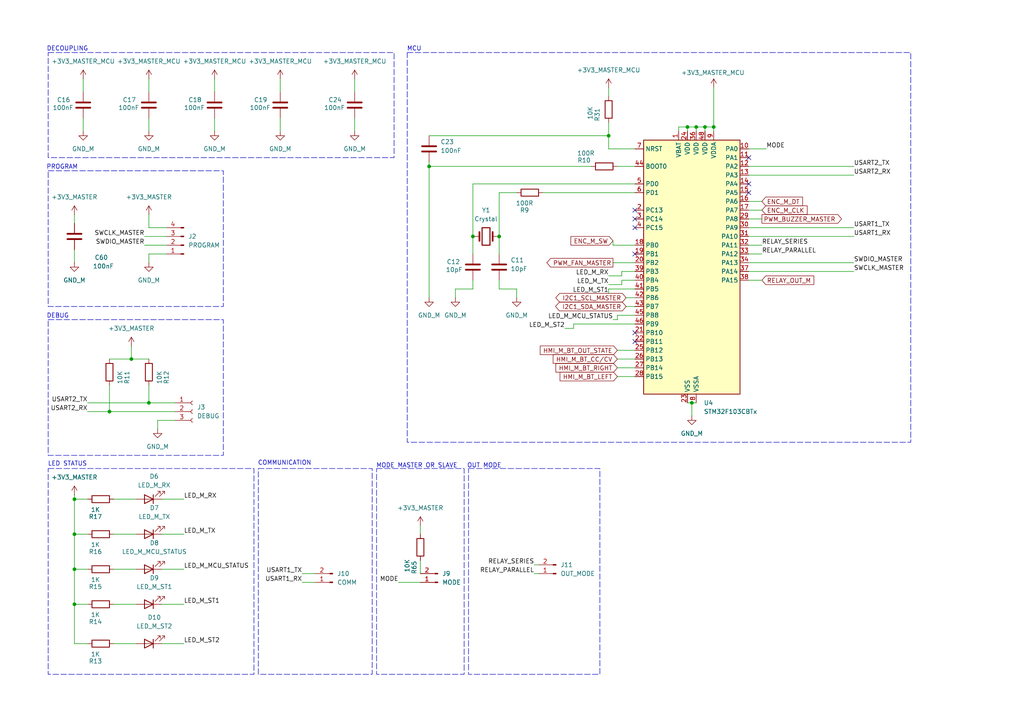
<source format=kicad_sch>
(kicad_sch
	(version 20231120)
	(generator "eeschema")
	(generator_version "8.0")
	(uuid "05c61af9-d330-489c-845c-f3b00f5ac7fc")
	(paper "A4")
	(title_block
		(title "FONTE CC/CV MICROCONTROLADA")
		(rev "02")
		(company "MV TECH")
	)
	(lib_symbols
		(symbol "Connector:Conn_01x02_Pin"
			(pin_names
				(offset 1.016) hide)
			(exclude_from_sim no)
			(in_bom yes)
			(on_board yes)
			(property "Reference" "J"
				(at 0 2.54 0)
				(effects
					(font
						(size 1.27 1.27)
					)
				)
			)
			(property "Value" "Conn_01x02_Pin"
				(at 0 -5.08 0)
				(effects
					(font
						(size 1.27 1.27)
					)
				)
			)
			(property "Footprint" ""
				(at 0 0 0)
				(effects
					(font
						(size 1.27 1.27)
					)
					(hide yes)
				)
			)
			(property "Datasheet" "~"
				(at 0 0 0)
				(effects
					(font
						(size 1.27 1.27)
					)
					(hide yes)
				)
			)
			(property "Description" "Generic connector, single row, 01x02, script generated"
				(at 0 0 0)
				(effects
					(font
						(size 1.27 1.27)
					)
					(hide yes)
				)
			)
			(property "ki_locked" ""
				(at 0 0 0)
				(effects
					(font
						(size 1.27 1.27)
					)
				)
			)
			(property "ki_keywords" "connector"
				(at 0 0 0)
				(effects
					(font
						(size 1.27 1.27)
					)
					(hide yes)
				)
			)
			(property "ki_fp_filters" "Connector*:*_1x??_*"
				(at 0 0 0)
				(effects
					(font
						(size 1.27 1.27)
					)
					(hide yes)
				)
			)
			(symbol "Conn_01x02_Pin_1_1"
				(polyline
					(pts
						(xy 1.27 -2.54) (xy 0.8636 -2.54)
					)
					(stroke
						(width 0.1524)
						(type default)
					)
					(fill
						(type none)
					)
				)
				(polyline
					(pts
						(xy 1.27 0) (xy 0.8636 0)
					)
					(stroke
						(width 0.1524)
						(type default)
					)
					(fill
						(type none)
					)
				)
				(rectangle
					(start 0.8636 -2.413)
					(end 0 -2.667)
					(stroke
						(width 0.1524)
						(type default)
					)
					(fill
						(type outline)
					)
				)
				(rectangle
					(start 0.8636 0.127)
					(end 0 -0.127)
					(stroke
						(width 0.1524)
						(type default)
					)
					(fill
						(type outline)
					)
				)
				(pin passive line
					(at 5.08 0 180)
					(length 3.81)
					(name "Pin_1"
						(effects
							(font
								(size 1.27 1.27)
							)
						)
					)
					(number "1"
						(effects
							(font
								(size 1.27 1.27)
							)
						)
					)
				)
				(pin passive line
					(at 5.08 -2.54 180)
					(length 3.81)
					(name "Pin_2"
						(effects
							(font
								(size 1.27 1.27)
							)
						)
					)
					(number "2"
						(effects
							(font
								(size 1.27 1.27)
							)
						)
					)
				)
			)
		)
		(symbol "Connector:Conn_01x03_Socket"
			(pin_names
				(offset 1.016) hide)
			(exclude_from_sim no)
			(in_bom yes)
			(on_board yes)
			(property "Reference" "J"
				(at 0 5.08 0)
				(effects
					(font
						(size 1.27 1.27)
					)
				)
			)
			(property "Value" "Conn_01x03_Socket"
				(at 0 -5.08 0)
				(effects
					(font
						(size 1.27 1.27)
					)
				)
			)
			(property "Footprint" ""
				(at 0 0 0)
				(effects
					(font
						(size 1.27 1.27)
					)
					(hide yes)
				)
			)
			(property "Datasheet" "~"
				(at 0 0 0)
				(effects
					(font
						(size 1.27 1.27)
					)
					(hide yes)
				)
			)
			(property "Description" "Generic connector, single row, 01x03, script generated"
				(at 0 0 0)
				(effects
					(font
						(size 1.27 1.27)
					)
					(hide yes)
				)
			)
			(property "ki_locked" ""
				(at 0 0 0)
				(effects
					(font
						(size 1.27 1.27)
					)
				)
			)
			(property "ki_keywords" "connector"
				(at 0 0 0)
				(effects
					(font
						(size 1.27 1.27)
					)
					(hide yes)
				)
			)
			(property "ki_fp_filters" "Connector*:*_1x??_*"
				(at 0 0 0)
				(effects
					(font
						(size 1.27 1.27)
					)
					(hide yes)
				)
			)
			(symbol "Conn_01x03_Socket_1_1"
				(arc
					(start 0 -2.032)
					(mid -0.5058 -2.54)
					(end 0 -3.048)
					(stroke
						(width 0.1524)
						(type default)
					)
					(fill
						(type none)
					)
				)
				(polyline
					(pts
						(xy -1.27 -2.54) (xy -0.508 -2.54)
					)
					(stroke
						(width 0.1524)
						(type default)
					)
					(fill
						(type none)
					)
				)
				(polyline
					(pts
						(xy -1.27 0) (xy -0.508 0)
					)
					(stroke
						(width 0.1524)
						(type default)
					)
					(fill
						(type none)
					)
				)
				(polyline
					(pts
						(xy -1.27 2.54) (xy -0.508 2.54)
					)
					(stroke
						(width 0.1524)
						(type default)
					)
					(fill
						(type none)
					)
				)
				(arc
					(start 0 0.508)
					(mid -0.5058 0)
					(end 0 -0.508)
					(stroke
						(width 0.1524)
						(type default)
					)
					(fill
						(type none)
					)
				)
				(arc
					(start 0 3.048)
					(mid -0.5058 2.54)
					(end 0 2.032)
					(stroke
						(width 0.1524)
						(type default)
					)
					(fill
						(type none)
					)
				)
				(pin passive line
					(at -5.08 2.54 0)
					(length 3.81)
					(name "Pin_1"
						(effects
							(font
								(size 1.27 1.27)
							)
						)
					)
					(number "1"
						(effects
							(font
								(size 1.27 1.27)
							)
						)
					)
				)
				(pin passive line
					(at -5.08 0 0)
					(length 3.81)
					(name "Pin_2"
						(effects
							(font
								(size 1.27 1.27)
							)
						)
					)
					(number "2"
						(effects
							(font
								(size 1.27 1.27)
							)
						)
					)
				)
				(pin passive line
					(at -5.08 -2.54 0)
					(length 3.81)
					(name "Pin_3"
						(effects
							(font
								(size 1.27 1.27)
							)
						)
					)
					(number "3"
						(effects
							(font
								(size 1.27 1.27)
							)
						)
					)
				)
			)
		)
		(symbol "Connector:Conn_01x04_Pin"
			(pin_names
				(offset 1.016) hide)
			(exclude_from_sim no)
			(in_bom yes)
			(on_board yes)
			(property "Reference" "J"
				(at 0 5.08 0)
				(effects
					(font
						(size 1.27 1.27)
					)
				)
			)
			(property "Value" "Conn_01x04_Pin"
				(at 0 -7.62 0)
				(effects
					(font
						(size 1.27 1.27)
					)
				)
			)
			(property "Footprint" ""
				(at 0 0 0)
				(effects
					(font
						(size 1.27 1.27)
					)
					(hide yes)
				)
			)
			(property "Datasheet" "~"
				(at 0 0 0)
				(effects
					(font
						(size 1.27 1.27)
					)
					(hide yes)
				)
			)
			(property "Description" "Generic connector, single row, 01x04, script generated"
				(at 0 0 0)
				(effects
					(font
						(size 1.27 1.27)
					)
					(hide yes)
				)
			)
			(property "ki_locked" ""
				(at 0 0 0)
				(effects
					(font
						(size 1.27 1.27)
					)
				)
			)
			(property "ki_keywords" "connector"
				(at 0 0 0)
				(effects
					(font
						(size 1.27 1.27)
					)
					(hide yes)
				)
			)
			(property "ki_fp_filters" "Connector*:*_1x??_*"
				(at 0 0 0)
				(effects
					(font
						(size 1.27 1.27)
					)
					(hide yes)
				)
			)
			(symbol "Conn_01x04_Pin_1_1"
				(polyline
					(pts
						(xy 1.27 -5.08) (xy 0.8636 -5.08)
					)
					(stroke
						(width 0.1524)
						(type default)
					)
					(fill
						(type none)
					)
				)
				(polyline
					(pts
						(xy 1.27 -2.54) (xy 0.8636 -2.54)
					)
					(stroke
						(width 0.1524)
						(type default)
					)
					(fill
						(type none)
					)
				)
				(polyline
					(pts
						(xy 1.27 0) (xy 0.8636 0)
					)
					(stroke
						(width 0.1524)
						(type default)
					)
					(fill
						(type none)
					)
				)
				(polyline
					(pts
						(xy 1.27 2.54) (xy 0.8636 2.54)
					)
					(stroke
						(width 0.1524)
						(type default)
					)
					(fill
						(type none)
					)
				)
				(rectangle
					(start 0.8636 -4.953)
					(end 0 -5.207)
					(stroke
						(width 0.1524)
						(type default)
					)
					(fill
						(type outline)
					)
				)
				(rectangle
					(start 0.8636 -2.413)
					(end 0 -2.667)
					(stroke
						(width 0.1524)
						(type default)
					)
					(fill
						(type outline)
					)
				)
				(rectangle
					(start 0.8636 0.127)
					(end 0 -0.127)
					(stroke
						(width 0.1524)
						(type default)
					)
					(fill
						(type outline)
					)
				)
				(rectangle
					(start 0.8636 2.667)
					(end 0 2.413)
					(stroke
						(width 0.1524)
						(type default)
					)
					(fill
						(type outline)
					)
				)
				(pin passive line
					(at 5.08 2.54 180)
					(length 3.81)
					(name "Pin_1"
						(effects
							(font
								(size 1.27 1.27)
							)
						)
					)
					(number "1"
						(effects
							(font
								(size 1.27 1.27)
							)
						)
					)
				)
				(pin passive line
					(at 5.08 0 180)
					(length 3.81)
					(name "Pin_2"
						(effects
							(font
								(size 1.27 1.27)
							)
						)
					)
					(number "2"
						(effects
							(font
								(size 1.27 1.27)
							)
						)
					)
				)
				(pin passive line
					(at 5.08 -2.54 180)
					(length 3.81)
					(name "Pin_3"
						(effects
							(font
								(size 1.27 1.27)
							)
						)
					)
					(number "3"
						(effects
							(font
								(size 1.27 1.27)
							)
						)
					)
				)
				(pin passive line
					(at 5.08 -5.08 180)
					(length 3.81)
					(name "Pin_4"
						(effects
							(font
								(size 1.27 1.27)
							)
						)
					)
					(number "4"
						(effects
							(font
								(size 1.27 1.27)
							)
						)
					)
				)
			)
		)
		(symbol "Device:C"
			(pin_numbers hide)
			(pin_names
				(offset 0.254)
			)
			(exclude_from_sim no)
			(in_bom yes)
			(on_board yes)
			(property "Reference" "C"
				(at 0.635 2.54 0)
				(effects
					(font
						(size 1.27 1.27)
					)
					(justify left)
				)
			)
			(property "Value" "C"
				(at 0.635 -2.54 0)
				(effects
					(font
						(size 1.27 1.27)
					)
					(justify left)
				)
			)
			(property "Footprint" ""
				(at 0.9652 -3.81 0)
				(effects
					(font
						(size 1.27 1.27)
					)
					(hide yes)
				)
			)
			(property "Datasheet" "~"
				(at 0 0 0)
				(effects
					(font
						(size 1.27 1.27)
					)
					(hide yes)
				)
			)
			(property "Description" "Unpolarized capacitor"
				(at 0 0 0)
				(effects
					(font
						(size 1.27 1.27)
					)
					(hide yes)
				)
			)
			(property "ki_keywords" "cap capacitor"
				(at 0 0 0)
				(effects
					(font
						(size 1.27 1.27)
					)
					(hide yes)
				)
			)
			(property "ki_fp_filters" "C_*"
				(at 0 0 0)
				(effects
					(font
						(size 1.27 1.27)
					)
					(hide yes)
				)
			)
			(symbol "C_0_1"
				(polyline
					(pts
						(xy -2.032 -0.762) (xy 2.032 -0.762)
					)
					(stroke
						(width 0.508)
						(type default)
					)
					(fill
						(type none)
					)
				)
				(polyline
					(pts
						(xy -2.032 0.762) (xy 2.032 0.762)
					)
					(stroke
						(width 0.508)
						(type default)
					)
					(fill
						(type none)
					)
				)
			)
			(symbol "C_1_1"
				(pin passive line
					(at 0 3.81 270)
					(length 2.794)
					(name "~"
						(effects
							(font
								(size 1.27 1.27)
							)
						)
					)
					(number "1"
						(effects
							(font
								(size 1.27 1.27)
							)
						)
					)
				)
				(pin passive line
					(at 0 -3.81 90)
					(length 2.794)
					(name "~"
						(effects
							(font
								(size 1.27 1.27)
							)
						)
					)
					(number "2"
						(effects
							(font
								(size 1.27 1.27)
							)
						)
					)
				)
			)
		)
		(symbol "Device:Crystal"
			(pin_numbers hide)
			(pin_names
				(offset 1.016) hide)
			(exclude_from_sim no)
			(in_bom yes)
			(on_board yes)
			(property "Reference" "Y"
				(at 0 3.81 0)
				(effects
					(font
						(size 1.27 1.27)
					)
				)
			)
			(property "Value" "Crystal"
				(at 0 -3.81 0)
				(effects
					(font
						(size 1.27 1.27)
					)
				)
			)
			(property "Footprint" ""
				(at 0 0 0)
				(effects
					(font
						(size 1.27 1.27)
					)
					(hide yes)
				)
			)
			(property "Datasheet" "~"
				(at 0 0 0)
				(effects
					(font
						(size 1.27 1.27)
					)
					(hide yes)
				)
			)
			(property "Description" "Two pin crystal"
				(at 0 0 0)
				(effects
					(font
						(size 1.27 1.27)
					)
					(hide yes)
				)
			)
			(property "ki_keywords" "quartz ceramic resonator oscillator"
				(at 0 0 0)
				(effects
					(font
						(size 1.27 1.27)
					)
					(hide yes)
				)
			)
			(property "ki_fp_filters" "Crystal*"
				(at 0 0 0)
				(effects
					(font
						(size 1.27 1.27)
					)
					(hide yes)
				)
			)
			(symbol "Crystal_0_1"
				(rectangle
					(start -1.143 2.54)
					(end 1.143 -2.54)
					(stroke
						(width 0.3048)
						(type default)
					)
					(fill
						(type none)
					)
				)
				(polyline
					(pts
						(xy -2.54 0) (xy -1.905 0)
					)
					(stroke
						(width 0)
						(type default)
					)
					(fill
						(type none)
					)
				)
				(polyline
					(pts
						(xy -1.905 -1.27) (xy -1.905 1.27)
					)
					(stroke
						(width 0.508)
						(type default)
					)
					(fill
						(type none)
					)
				)
				(polyline
					(pts
						(xy 1.905 -1.27) (xy 1.905 1.27)
					)
					(stroke
						(width 0.508)
						(type default)
					)
					(fill
						(type none)
					)
				)
				(polyline
					(pts
						(xy 2.54 0) (xy 1.905 0)
					)
					(stroke
						(width 0)
						(type default)
					)
					(fill
						(type none)
					)
				)
			)
			(symbol "Crystal_1_1"
				(pin passive line
					(at -3.81 0 0)
					(length 1.27)
					(name "1"
						(effects
							(font
								(size 1.27 1.27)
							)
						)
					)
					(number "1"
						(effects
							(font
								(size 1.27 1.27)
							)
						)
					)
				)
				(pin passive line
					(at 3.81 0 180)
					(length 1.27)
					(name "2"
						(effects
							(font
								(size 1.27 1.27)
							)
						)
					)
					(number "2"
						(effects
							(font
								(size 1.27 1.27)
							)
						)
					)
				)
			)
		)
		(symbol "Device:LED"
			(pin_numbers hide)
			(pin_names
				(offset 1.016) hide)
			(exclude_from_sim no)
			(in_bom yes)
			(on_board yes)
			(property "Reference" "D"
				(at 0 2.54 0)
				(effects
					(font
						(size 1.27 1.27)
					)
				)
			)
			(property "Value" "LED"
				(at 0 -2.54 0)
				(effects
					(font
						(size 1.27 1.27)
					)
				)
			)
			(property "Footprint" ""
				(at 0 0 0)
				(effects
					(font
						(size 1.27 1.27)
					)
					(hide yes)
				)
			)
			(property "Datasheet" "~"
				(at 0 0 0)
				(effects
					(font
						(size 1.27 1.27)
					)
					(hide yes)
				)
			)
			(property "Description" "Light emitting diode"
				(at 0 0 0)
				(effects
					(font
						(size 1.27 1.27)
					)
					(hide yes)
				)
			)
			(property "ki_keywords" "LED diode"
				(at 0 0 0)
				(effects
					(font
						(size 1.27 1.27)
					)
					(hide yes)
				)
			)
			(property "ki_fp_filters" "LED* LED_SMD:* LED_THT:*"
				(at 0 0 0)
				(effects
					(font
						(size 1.27 1.27)
					)
					(hide yes)
				)
			)
			(symbol "LED_0_1"
				(polyline
					(pts
						(xy -1.27 -1.27) (xy -1.27 1.27)
					)
					(stroke
						(width 0.254)
						(type default)
					)
					(fill
						(type none)
					)
				)
				(polyline
					(pts
						(xy -1.27 0) (xy 1.27 0)
					)
					(stroke
						(width 0)
						(type default)
					)
					(fill
						(type none)
					)
				)
				(polyline
					(pts
						(xy 1.27 -1.27) (xy 1.27 1.27) (xy -1.27 0) (xy 1.27 -1.27)
					)
					(stroke
						(width 0.254)
						(type default)
					)
					(fill
						(type none)
					)
				)
				(polyline
					(pts
						(xy -3.048 -0.762) (xy -4.572 -2.286) (xy -3.81 -2.286) (xy -4.572 -2.286) (xy -4.572 -1.524)
					)
					(stroke
						(width 0)
						(type default)
					)
					(fill
						(type none)
					)
				)
				(polyline
					(pts
						(xy -1.778 -0.762) (xy -3.302 -2.286) (xy -2.54 -2.286) (xy -3.302 -2.286) (xy -3.302 -1.524)
					)
					(stroke
						(width 0)
						(type default)
					)
					(fill
						(type none)
					)
				)
			)
			(symbol "LED_1_1"
				(pin passive line
					(at -3.81 0 0)
					(length 2.54)
					(name "K"
						(effects
							(font
								(size 1.27 1.27)
							)
						)
					)
					(number "1"
						(effects
							(font
								(size 1.27 1.27)
							)
						)
					)
				)
				(pin passive line
					(at 3.81 0 180)
					(length 2.54)
					(name "A"
						(effects
							(font
								(size 1.27 1.27)
							)
						)
					)
					(number "2"
						(effects
							(font
								(size 1.27 1.27)
							)
						)
					)
				)
			)
		)
		(symbol "Device:R"
			(pin_numbers hide)
			(pin_names
				(offset 0)
			)
			(exclude_from_sim no)
			(in_bom yes)
			(on_board yes)
			(property "Reference" "R"
				(at 2.032 0 90)
				(effects
					(font
						(size 1.27 1.27)
					)
				)
			)
			(property "Value" "R"
				(at 0 0 90)
				(effects
					(font
						(size 1.27 1.27)
					)
				)
			)
			(property "Footprint" ""
				(at -1.778 0 90)
				(effects
					(font
						(size 1.27 1.27)
					)
					(hide yes)
				)
			)
			(property "Datasheet" "~"
				(at 0 0 0)
				(effects
					(font
						(size 1.27 1.27)
					)
					(hide yes)
				)
			)
			(property "Description" "Resistor"
				(at 0 0 0)
				(effects
					(font
						(size 1.27 1.27)
					)
					(hide yes)
				)
			)
			(property "ki_keywords" "R res resistor"
				(at 0 0 0)
				(effects
					(font
						(size 1.27 1.27)
					)
					(hide yes)
				)
			)
			(property "ki_fp_filters" "R_*"
				(at 0 0 0)
				(effects
					(font
						(size 1.27 1.27)
					)
					(hide yes)
				)
			)
			(symbol "R_0_1"
				(rectangle
					(start -1.016 -2.54)
					(end 1.016 2.54)
					(stroke
						(width 0.254)
						(type default)
					)
					(fill
						(type none)
					)
				)
			)
			(symbol "R_1_1"
				(pin passive line
					(at 0 3.81 270)
					(length 1.27)
					(name "~"
						(effects
							(font
								(size 1.27 1.27)
							)
						)
					)
					(number "1"
						(effects
							(font
								(size 1.27 1.27)
							)
						)
					)
				)
				(pin passive line
					(at 0 -3.81 90)
					(length 1.27)
					(name "~"
						(effects
							(font
								(size 1.27 1.27)
							)
						)
					)
					(number "2"
						(effects
							(font
								(size 1.27 1.27)
							)
						)
					)
				)
			)
		)
		(symbol "MCU_ST_STM32F1:STM32F103CBTx"
			(exclude_from_sim no)
			(in_bom yes)
			(on_board yes)
			(property "Reference" "U"
				(at -12.7 39.37 0)
				(effects
					(font
						(size 1.27 1.27)
					)
					(justify left)
				)
			)
			(property "Value" "STM32F103CBTx"
				(at 10.16 39.37 0)
				(effects
					(font
						(size 1.27 1.27)
					)
					(justify left)
				)
			)
			(property "Footprint" "Package_QFP:LQFP-48_7x7mm_P0.5mm"
				(at -12.7 -35.56 0)
				(effects
					(font
						(size 1.27 1.27)
					)
					(justify right)
					(hide yes)
				)
			)
			(property "Datasheet" "https://www.st.com/resource/en/datasheet/stm32f103cb.pdf"
				(at 0 0 0)
				(effects
					(font
						(size 1.27 1.27)
					)
					(hide yes)
				)
			)
			(property "Description" "STMicroelectronics Arm Cortex-M3 MCU, 128KB flash, 20KB RAM, 72 MHz, 2.0-3.6V, 37 GPIO, LQFP48"
				(at 0 0 0)
				(effects
					(font
						(size 1.27 1.27)
					)
					(hide yes)
				)
			)
			(property "ki_locked" ""
				(at 0 0 0)
				(effects
					(font
						(size 1.27 1.27)
					)
				)
			)
			(property "ki_keywords" "Arm Cortex-M3 STM32F1 STM32F103"
				(at 0 0 0)
				(effects
					(font
						(size 1.27 1.27)
					)
					(hide yes)
				)
			)
			(property "ki_fp_filters" "LQFP*7x7mm*P0.5mm*"
				(at 0 0 0)
				(effects
					(font
						(size 1.27 1.27)
					)
					(hide yes)
				)
			)
			(symbol "STM32F103CBTx_0_1"
				(rectangle
					(start -12.7 -35.56)
					(end 15.24 38.1)
					(stroke
						(width 0.254)
						(type default)
					)
					(fill
						(type background)
					)
				)
			)
			(symbol "STM32F103CBTx_1_1"
				(pin power_in line
					(at -2.54 40.64 270)
					(length 2.54)
					(name "VBAT"
						(effects
							(font
								(size 1.27 1.27)
							)
						)
					)
					(number "1"
						(effects
							(font
								(size 1.27 1.27)
							)
						)
					)
				)
				(pin bidirectional line
					(at 17.78 35.56 180)
					(length 2.54)
					(name "PA0"
						(effects
							(font
								(size 1.27 1.27)
							)
						)
					)
					(number "10"
						(effects
							(font
								(size 1.27 1.27)
							)
						)
					)
					(alternate "ADC1_IN0" bidirectional line)
					(alternate "ADC2_IN0" bidirectional line)
					(alternate "SYS_WKUP" bidirectional line)
					(alternate "TIM2_CH1" bidirectional line)
					(alternate "TIM2_ETR" bidirectional line)
					(alternate "USART2_CTS" bidirectional line)
				)
				(pin bidirectional line
					(at 17.78 33.02 180)
					(length 2.54)
					(name "PA1"
						(effects
							(font
								(size 1.27 1.27)
							)
						)
					)
					(number "11"
						(effects
							(font
								(size 1.27 1.27)
							)
						)
					)
					(alternate "ADC1_IN1" bidirectional line)
					(alternate "ADC2_IN1" bidirectional line)
					(alternate "TIM2_CH2" bidirectional line)
					(alternate "USART2_RTS" bidirectional line)
				)
				(pin bidirectional line
					(at 17.78 30.48 180)
					(length 2.54)
					(name "PA2"
						(effects
							(font
								(size 1.27 1.27)
							)
						)
					)
					(number "12"
						(effects
							(font
								(size 1.27 1.27)
							)
						)
					)
					(alternate "ADC1_IN2" bidirectional line)
					(alternate "ADC2_IN2" bidirectional line)
					(alternate "TIM2_CH3" bidirectional line)
					(alternate "USART2_TX" bidirectional line)
				)
				(pin bidirectional line
					(at 17.78 27.94 180)
					(length 2.54)
					(name "PA3"
						(effects
							(font
								(size 1.27 1.27)
							)
						)
					)
					(number "13"
						(effects
							(font
								(size 1.27 1.27)
							)
						)
					)
					(alternate "ADC1_IN3" bidirectional line)
					(alternate "ADC2_IN3" bidirectional line)
					(alternate "TIM2_CH4" bidirectional line)
					(alternate "USART2_RX" bidirectional line)
				)
				(pin bidirectional line
					(at 17.78 25.4 180)
					(length 2.54)
					(name "PA4"
						(effects
							(font
								(size 1.27 1.27)
							)
						)
					)
					(number "14"
						(effects
							(font
								(size 1.27 1.27)
							)
						)
					)
					(alternate "ADC1_IN4" bidirectional line)
					(alternate "ADC2_IN4" bidirectional line)
					(alternate "SPI1_NSS" bidirectional line)
					(alternate "USART2_CK" bidirectional line)
				)
				(pin bidirectional line
					(at 17.78 22.86 180)
					(length 2.54)
					(name "PA5"
						(effects
							(font
								(size 1.27 1.27)
							)
						)
					)
					(number "15"
						(effects
							(font
								(size 1.27 1.27)
							)
						)
					)
					(alternate "ADC1_IN5" bidirectional line)
					(alternate "ADC2_IN5" bidirectional line)
					(alternate "SPI1_SCK" bidirectional line)
				)
				(pin bidirectional line
					(at 17.78 20.32 180)
					(length 2.54)
					(name "PA6"
						(effects
							(font
								(size 1.27 1.27)
							)
						)
					)
					(number "16"
						(effects
							(font
								(size 1.27 1.27)
							)
						)
					)
					(alternate "ADC1_IN6" bidirectional line)
					(alternate "ADC2_IN6" bidirectional line)
					(alternate "SPI1_MISO" bidirectional line)
					(alternate "TIM1_BKIN" bidirectional line)
					(alternate "TIM3_CH1" bidirectional line)
				)
				(pin bidirectional line
					(at 17.78 17.78 180)
					(length 2.54)
					(name "PA7"
						(effects
							(font
								(size 1.27 1.27)
							)
						)
					)
					(number "17"
						(effects
							(font
								(size 1.27 1.27)
							)
						)
					)
					(alternate "ADC1_IN7" bidirectional line)
					(alternate "ADC2_IN7" bidirectional line)
					(alternate "SPI1_MOSI" bidirectional line)
					(alternate "TIM1_CH1N" bidirectional line)
					(alternate "TIM3_CH2" bidirectional line)
				)
				(pin bidirectional line
					(at -15.24 7.62 0)
					(length 2.54)
					(name "PB0"
						(effects
							(font
								(size 1.27 1.27)
							)
						)
					)
					(number "18"
						(effects
							(font
								(size 1.27 1.27)
							)
						)
					)
					(alternate "ADC1_IN8" bidirectional line)
					(alternate "ADC2_IN8" bidirectional line)
					(alternate "TIM1_CH2N" bidirectional line)
					(alternate "TIM3_CH3" bidirectional line)
				)
				(pin bidirectional line
					(at -15.24 5.08 0)
					(length 2.54)
					(name "PB1"
						(effects
							(font
								(size 1.27 1.27)
							)
						)
					)
					(number "19"
						(effects
							(font
								(size 1.27 1.27)
							)
						)
					)
					(alternate "ADC1_IN9" bidirectional line)
					(alternate "ADC2_IN9" bidirectional line)
					(alternate "TIM1_CH3N" bidirectional line)
					(alternate "TIM3_CH4" bidirectional line)
				)
				(pin bidirectional line
					(at -15.24 17.78 0)
					(length 2.54)
					(name "PC13"
						(effects
							(font
								(size 1.27 1.27)
							)
						)
					)
					(number "2"
						(effects
							(font
								(size 1.27 1.27)
							)
						)
					)
					(alternate "RTC_OUT" bidirectional line)
					(alternate "RTC_TAMPER" bidirectional line)
				)
				(pin bidirectional line
					(at -15.24 2.54 0)
					(length 2.54)
					(name "PB2"
						(effects
							(font
								(size 1.27 1.27)
							)
						)
					)
					(number "20"
						(effects
							(font
								(size 1.27 1.27)
							)
						)
					)
				)
				(pin bidirectional line
					(at -15.24 -17.78 0)
					(length 2.54)
					(name "PB10"
						(effects
							(font
								(size 1.27 1.27)
							)
						)
					)
					(number "21"
						(effects
							(font
								(size 1.27 1.27)
							)
						)
					)
					(alternate "I2C2_SCL" bidirectional line)
					(alternate "TIM2_CH3" bidirectional line)
					(alternate "USART3_TX" bidirectional line)
				)
				(pin bidirectional line
					(at -15.24 -20.32 0)
					(length 2.54)
					(name "PB11"
						(effects
							(font
								(size 1.27 1.27)
							)
						)
					)
					(number "22"
						(effects
							(font
								(size 1.27 1.27)
							)
						)
					)
					(alternate "ADC1_EXTI11" bidirectional line)
					(alternate "ADC2_EXTI11" bidirectional line)
					(alternate "I2C2_SDA" bidirectional line)
					(alternate "TIM2_CH4" bidirectional line)
					(alternate "USART3_RX" bidirectional line)
				)
				(pin power_in line
					(at 0 -38.1 90)
					(length 2.54)
					(name "VSS"
						(effects
							(font
								(size 1.27 1.27)
							)
						)
					)
					(number "23"
						(effects
							(font
								(size 1.27 1.27)
							)
						)
					)
				)
				(pin power_in line
					(at 0 40.64 270)
					(length 2.54)
					(name "VDD"
						(effects
							(font
								(size 1.27 1.27)
							)
						)
					)
					(number "24"
						(effects
							(font
								(size 1.27 1.27)
							)
						)
					)
				)
				(pin bidirectional line
					(at -15.24 -22.86 0)
					(length 2.54)
					(name "PB12"
						(effects
							(font
								(size 1.27 1.27)
							)
						)
					)
					(number "25"
						(effects
							(font
								(size 1.27 1.27)
							)
						)
					)
					(alternate "I2C2_SMBA" bidirectional line)
					(alternate "SPI2_NSS" bidirectional line)
					(alternate "TIM1_BKIN" bidirectional line)
					(alternate "USART3_CK" bidirectional line)
				)
				(pin bidirectional line
					(at -15.24 -25.4 0)
					(length 2.54)
					(name "PB13"
						(effects
							(font
								(size 1.27 1.27)
							)
						)
					)
					(number "26"
						(effects
							(font
								(size 1.27 1.27)
							)
						)
					)
					(alternate "SPI2_SCK" bidirectional line)
					(alternate "TIM1_CH1N" bidirectional line)
					(alternate "USART3_CTS" bidirectional line)
				)
				(pin bidirectional line
					(at -15.24 -27.94 0)
					(length 2.54)
					(name "PB14"
						(effects
							(font
								(size 1.27 1.27)
							)
						)
					)
					(number "27"
						(effects
							(font
								(size 1.27 1.27)
							)
						)
					)
					(alternate "SPI2_MISO" bidirectional line)
					(alternate "TIM1_CH2N" bidirectional line)
					(alternate "USART3_RTS" bidirectional line)
				)
				(pin bidirectional line
					(at -15.24 -30.48 0)
					(length 2.54)
					(name "PB15"
						(effects
							(font
								(size 1.27 1.27)
							)
						)
					)
					(number "28"
						(effects
							(font
								(size 1.27 1.27)
							)
						)
					)
					(alternate "ADC1_EXTI15" bidirectional line)
					(alternate "ADC2_EXTI15" bidirectional line)
					(alternate "SPI2_MOSI" bidirectional line)
					(alternate "TIM1_CH3N" bidirectional line)
				)
				(pin bidirectional line
					(at 17.78 15.24 180)
					(length 2.54)
					(name "PA8"
						(effects
							(font
								(size 1.27 1.27)
							)
						)
					)
					(number "29"
						(effects
							(font
								(size 1.27 1.27)
							)
						)
					)
					(alternate "RCC_MCO" bidirectional line)
					(alternate "TIM1_CH1" bidirectional line)
					(alternate "USART1_CK" bidirectional line)
				)
				(pin bidirectional line
					(at -15.24 15.24 0)
					(length 2.54)
					(name "PC14"
						(effects
							(font
								(size 1.27 1.27)
							)
						)
					)
					(number "3"
						(effects
							(font
								(size 1.27 1.27)
							)
						)
					)
					(alternate "RCC_OSC32_IN" bidirectional line)
				)
				(pin bidirectional line
					(at 17.78 12.7 180)
					(length 2.54)
					(name "PA9"
						(effects
							(font
								(size 1.27 1.27)
							)
						)
					)
					(number "30"
						(effects
							(font
								(size 1.27 1.27)
							)
						)
					)
					(alternate "TIM1_CH2" bidirectional line)
					(alternate "USART1_TX" bidirectional line)
				)
				(pin bidirectional line
					(at 17.78 10.16 180)
					(length 2.54)
					(name "PA10"
						(effects
							(font
								(size 1.27 1.27)
							)
						)
					)
					(number "31"
						(effects
							(font
								(size 1.27 1.27)
							)
						)
					)
					(alternate "TIM1_CH3" bidirectional line)
					(alternate "USART1_RX" bidirectional line)
				)
				(pin bidirectional line
					(at 17.78 7.62 180)
					(length 2.54)
					(name "PA11"
						(effects
							(font
								(size 1.27 1.27)
							)
						)
					)
					(number "32"
						(effects
							(font
								(size 1.27 1.27)
							)
						)
					)
					(alternate "ADC1_EXTI11" bidirectional line)
					(alternate "ADC2_EXTI11" bidirectional line)
					(alternate "CAN_RX" bidirectional line)
					(alternate "TIM1_CH4" bidirectional line)
					(alternate "USART1_CTS" bidirectional line)
					(alternate "USB_DM" bidirectional line)
				)
				(pin bidirectional line
					(at 17.78 5.08 180)
					(length 2.54)
					(name "PA12"
						(effects
							(font
								(size 1.27 1.27)
							)
						)
					)
					(number "33"
						(effects
							(font
								(size 1.27 1.27)
							)
						)
					)
					(alternate "CAN_TX" bidirectional line)
					(alternate "TIM1_ETR" bidirectional line)
					(alternate "USART1_RTS" bidirectional line)
					(alternate "USB_DP" bidirectional line)
				)
				(pin bidirectional line
					(at 17.78 2.54 180)
					(length 2.54)
					(name "PA13"
						(effects
							(font
								(size 1.27 1.27)
							)
						)
					)
					(number "34"
						(effects
							(font
								(size 1.27 1.27)
							)
						)
					)
					(alternate "SYS_JTMS-SWDIO" bidirectional line)
				)
				(pin passive line
					(at 0 -38.1 90)
					(length 2.54) hide
					(name "VSS"
						(effects
							(font
								(size 1.27 1.27)
							)
						)
					)
					(number "35"
						(effects
							(font
								(size 1.27 1.27)
							)
						)
					)
				)
				(pin power_in line
					(at 2.54 40.64 270)
					(length 2.54)
					(name "VDD"
						(effects
							(font
								(size 1.27 1.27)
							)
						)
					)
					(number "36"
						(effects
							(font
								(size 1.27 1.27)
							)
						)
					)
				)
				(pin bidirectional line
					(at 17.78 0 180)
					(length 2.54)
					(name "PA14"
						(effects
							(font
								(size 1.27 1.27)
							)
						)
					)
					(number "37"
						(effects
							(font
								(size 1.27 1.27)
							)
						)
					)
					(alternate "SYS_JTCK-SWCLK" bidirectional line)
				)
				(pin bidirectional line
					(at 17.78 -2.54 180)
					(length 2.54)
					(name "PA15"
						(effects
							(font
								(size 1.27 1.27)
							)
						)
					)
					(number "38"
						(effects
							(font
								(size 1.27 1.27)
							)
						)
					)
					(alternate "ADC1_EXTI15" bidirectional line)
					(alternate "ADC2_EXTI15" bidirectional line)
					(alternate "SPI1_NSS" bidirectional line)
					(alternate "SYS_JTDI" bidirectional line)
					(alternate "TIM2_CH1" bidirectional line)
					(alternate "TIM2_ETR" bidirectional line)
				)
				(pin bidirectional line
					(at -15.24 0 0)
					(length 2.54)
					(name "PB3"
						(effects
							(font
								(size 1.27 1.27)
							)
						)
					)
					(number "39"
						(effects
							(font
								(size 1.27 1.27)
							)
						)
					)
					(alternate "SPI1_SCK" bidirectional line)
					(alternate "SYS_JTDO-TRACESWO" bidirectional line)
					(alternate "TIM2_CH2" bidirectional line)
				)
				(pin bidirectional line
					(at -15.24 12.7 0)
					(length 2.54)
					(name "PC15"
						(effects
							(font
								(size 1.27 1.27)
							)
						)
					)
					(number "4"
						(effects
							(font
								(size 1.27 1.27)
							)
						)
					)
					(alternate "ADC1_EXTI15" bidirectional line)
					(alternate "ADC2_EXTI15" bidirectional line)
					(alternate "RCC_OSC32_OUT" bidirectional line)
				)
				(pin bidirectional line
					(at -15.24 -2.54 0)
					(length 2.54)
					(name "PB4"
						(effects
							(font
								(size 1.27 1.27)
							)
						)
					)
					(number "40"
						(effects
							(font
								(size 1.27 1.27)
							)
						)
					)
					(alternate "SPI1_MISO" bidirectional line)
					(alternate "SYS_NJTRST" bidirectional line)
					(alternate "TIM3_CH1" bidirectional line)
				)
				(pin bidirectional line
					(at -15.24 -5.08 0)
					(length 2.54)
					(name "PB5"
						(effects
							(font
								(size 1.27 1.27)
							)
						)
					)
					(number "41"
						(effects
							(font
								(size 1.27 1.27)
							)
						)
					)
					(alternate "I2C1_SMBA" bidirectional line)
					(alternate "SPI1_MOSI" bidirectional line)
					(alternate "TIM3_CH2" bidirectional line)
				)
				(pin bidirectional line
					(at -15.24 -7.62 0)
					(length 2.54)
					(name "PB6"
						(effects
							(font
								(size 1.27 1.27)
							)
						)
					)
					(number "42"
						(effects
							(font
								(size 1.27 1.27)
							)
						)
					)
					(alternate "I2C1_SCL" bidirectional line)
					(alternate "TIM4_CH1" bidirectional line)
					(alternate "USART1_TX" bidirectional line)
				)
				(pin bidirectional line
					(at -15.24 -10.16 0)
					(length 2.54)
					(name "PB7"
						(effects
							(font
								(size 1.27 1.27)
							)
						)
					)
					(number "43"
						(effects
							(font
								(size 1.27 1.27)
							)
						)
					)
					(alternate "I2C1_SDA" bidirectional line)
					(alternate "TIM4_CH2" bidirectional line)
					(alternate "USART1_RX" bidirectional line)
				)
				(pin input line
					(at -15.24 30.48 0)
					(length 2.54)
					(name "BOOT0"
						(effects
							(font
								(size 1.27 1.27)
							)
						)
					)
					(number "44"
						(effects
							(font
								(size 1.27 1.27)
							)
						)
					)
				)
				(pin bidirectional line
					(at -15.24 -12.7 0)
					(length 2.54)
					(name "PB8"
						(effects
							(font
								(size 1.27 1.27)
							)
						)
					)
					(number "45"
						(effects
							(font
								(size 1.27 1.27)
							)
						)
					)
					(alternate "CAN_RX" bidirectional line)
					(alternate "I2C1_SCL" bidirectional line)
					(alternate "TIM4_CH3" bidirectional line)
				)
				(pin bidirectional line
					(at -15.24 -15.24 0)
					(length 2.54)
					(name "PB9"
						(effects
							(font
								(size 1.27 1.27)
							)
						)
					)
					(number "46"
						(effects
							(font
								(size 1.27 1.27)
							)
						)
					)
					(alternate "CAN_TX" bidirectional line)
					(alternate "I2C1_SDA" bidirectional line)
					(alternate "TIM4_CH4" bidirectional line)
				)
				(pin passive line
					(at 0 -38.1 90)
					(length 2.54) hide
					(name "VSS"
						(effects
							(font
								(size 1.27 1.27)
							)
						)
					)
					(number "47"
						(effects
							(font
								(size 1.27 1.27)
							)
						)
					)
				)
				(pin power_in line
					(at 5.08 40.64 270)
					(length 2.54)
					(name "VDD"
						(effects
							(font
								(size 1.27 1.27)
							)
						)
					)
					(number "48"
						(effects
							(font
								(size 1.27 1.27)
							)
						)
					)
				)
				(pin bidirectional line
					(at -15.24 25.4 0)
					(length 2.54)
					(name "PD0"
						(effects
							(font
								(size 1.27 1.27)
							)
						)
					)
					(number "5"
						(effects
							(font
								(size 1.27 1.27)
							)
						)
					)
					(alternate "RCC_OSC_IN" bidirectional line)
				)
				(pin bidirectional line
					(at -15.24 22.86 0)
					(length 2.54)
					(name "PD1"
						(effects
							(font
								(size 1.27 1.27)
							)
						)
					)
					(number "6"
						(effects
							(font
								(size 1.27 1.27)
							)
						)
					)
					(alternate "RCC_OSC_OUT" bidirectional line)
				)
				(pin input line
					(at -15.24 35.56 0)
					(length 2.54)
					(name "NRST"
						(effects
							(font
								(size 1.27 1.27)
							)
						)
					)
					(number "7"
						(effects
							(font
								(size 1.27 1.27)
							)
						)
					)
				)
				(pin power_in line
					(at 2.54 -38.1 90)
					(length 2.54)
					(name "VSSA"
						(effects
							(font
								(size 1.27 1.27)
							)
						)
					)
					(number "8"
						(effects
							(font
								(size 1.27 1.27)
							)
						)
					)
				)
				(pin power_in line
					(at 7.62 40.64 270)
					(length 2.54)
					(name "VDDA"
						(effects
							(font
								(size 1.27 1.27)
							)
						)
					)
					(number "9"
						(effects
							(font
								(size 1.27 1.27)
							)
						)
					)
				)
			)
		)
		(symbol "power:GND"
			(power)
			(pin_numbers hide)
			(pin_names
				(offset 0) hide)
			(exclude_from_sim no)
			(in_bom yes)
			(on_board yes)
			(property "Reference" "#PWR"
				(at 0 -6.35 0)
				(effects
					(font
						(size 1.27 1.27)
					)
					(hide yes)
				)
			)
			(property "Value" "GND"
				(at 0 -3.81 0)
				(effects
					(font
						(size 1.27 1.27)
					)
				)
			)
			(property "Footprint" ""
				(at 0 0 0)
				(effects
					(font
						(size 1.27 1.27)
					)
					(hide yes)
				)
			)
			(property "Datasheet" ""
				(at 0 0 0)
				(effects
					(font
						(size 1.27 1.27)
					)
					(hide yes)
				)
			)
			(property "Description" "Power symbol creates a global label with name \"GND\" , ground"
				(at 0 0 0)
				(effects
					(font
						(size 1.27 1.27)
					)
					(hide yes)
				)
			)
			(property "ki_keywords" "global power"
				(at 0 0 0)
				(effects
					(font
						(size 1.27 1.27)
					)
					(hide yes)
				)
			)
			(symbol "GND_0_1"
				(polyline
					(pts
						(xy 0 0) (xy 0 -1.27) (xy 1.27 -1.27) (xy 0 -2.54) (xy -1.27 -1.27) (xy 0 -1.27)
					)
					(stroke
						(width 0)
						(type default)
					)
					(fill
						(type none)
					)
				)
			)
			(symbol "GND_1_1"
				(pin power_in line
					(at 0 0 270)
					(length 0)
					(name "~"
						(effects
							(font
								(size 1.27 1.27)
							)
						)
					)
					(number "1"
						(effects
							(font
								(size 1.27 1.27)
							)
						)
					)
				)
			)
		)
		(symbol "power:VCC"
			(power)
			(pin_numbers hide)
			(pin_names
				(offset 0) hide)
			(exclude_from_sim no)
			(in_bom yes)
			(on_board yes)
			(property "Reference" "#PWR"
				(at 0 -3.81 0)
				(effects
					(font
						(size 1.27 1.27)
					)
					(hide yes)
				)
			)
			(property "Value" "VCC"
				(at 0 3.556 0)
				(effects
					(font
						(size 1.27 1.27)
					)
				)
			)
			(property "Footprint" ""
				(at 0 0 0)
				(effects
					(font
						(size 1.27 1.27)
					)
					(hide yes)
				)
			)
			(property "Datasheet" ""
				(at 0 0 0)
				(effects
					(font
						(size 1.27 1.27)
					)
					(hide yes)
				)
			)
			(property "Description" "Power symbol creates a global label with name \"VCC\""
				(at 0 0 0)
				(effects
					(font
						(size 1.27 1.27)
					)
					(hide yes)
				)
			)
			(property "ki_keywords" "global power"
				(at 0 0 0)
				(effects
					(font
						(size 1.27 1.27)
					)
					(hide yes)
				)
			)
			(symbol "VCC_0_1"
				(polyline
					(pts
						(xy -0.762 1.27) (xy 0 2.54)
					)
					(stroke
						(width 0)
						(type default)
					)
					(fill
						(type none)
					)
				)
				(polyline
					(pts
						(xy 0 0) (xy 0 2.54)
					)
					(stroke
						(width 0)
						(type default)
					)
					(fill
						(type none)
					)
				)
				(polyline
					(pts
						(xy 0 2.54) (xy 0.762 1.27)
					)
					(stroke
						(width 0)
						(type default)
					)
					(fill
						(type none)
					)
				)
			)
			(symbol "VCC_1_1"
				(pin power_in line
					(at 0 0 90)
					(length 0)
					(name "~"
						(effects
							(font
								(size 1.27 1.27)
							)
						)
					)
					(number "1"
						(effects
							(font
								(size 1.27 1.27)
							)
						)
					)
				)
			)
		)
	)
	(junction
		(at 21.59 175.26)
		(diameter 0)
		(color 0 0 0 0)
		(uuid "021bc4ff-a363-4bb6-941e-c47943816feb")
	)
	(junction
		(at 199.39 36.83)
		(diameter 0)
		(color 0 0 0 0)
		(uuid "05a49ac2-786b-4300-b617-81e9851db741")
	)
	(junction
		(at 207.01 36.83)
		(diameter 0)
		(color 0 0 0 0)
		(uuid "09efde04-d526-445b-a34f-2c110616fe8f")
	)
	(junction
		(at 124.46 48.26)
		(diameter 0)
		(color 0 0 0 0)
		(uuid "1c6525fb-54e5-416b-9dd4-aa628255c8ef")
	)
	(junction
		(at 137.16 68.58)
		(diameter 0)
		(color 0 0 0 0)
		(uuid "271c3500-71c0-4bbd-82bb-6666c1e2dd93")
	)
	(junction
		(at 176.53 39.37)
		(diameter 0)
		(color 0 0 0 0)
		(uuid "3cdcde69-6ad2-468b-9227-a3e1ce7a36fd")
	)
	(junction
		(at 43.18 116.84)
		(diameter 0)
		(color 0 0 0 0)
		(uuid "61df4529-ef69-4549-9c97-7cb4c51188fb")
	)
	(junction
		(at 38.1 104.14)
		(diameter 0)
		(color 0 0 0 0)
		(uuid "71e510a9-02ef-4519-ac9e-d536529fcb09")
	)
	(junction
		(at 200.66 116.84)
		(diameter 0)
		(color 0 0 0 0)
		(uuid "754d32d7-83fc-45d4-b80f-87313133c624")
	)
	(junction
		(at 144.78 68.58)
		(diameter 0)
		(color 0 0 0 0)
		(uuid "9e13e766-49f2-40ce-ab2f-32a742854baa")
	)
	(junction
		(at 21.59 144.78)
		(diameter 0)
		(color 0 0 0 0)
		(uuid "a7990aad-d7e3-4bff-915a-472cbfc00289")
	)
	(junction
		(at 204.47 36.83)
		(diameter 0)
		(color 0 0 0 0)
		(uuid "abfb14bb-c977-4986-b113-8f470e651ecf")
	)
	(junction
		(at 21.59 165.1)
		(diameter 0)
		(color 0 0 0 0)
		(uuid "c0dd3b49-db8e-49ec-8ee1-ac71ab10dcbd")
	)
	(junction
		(at 201.93 36.83)
		(diameter 0)
		(color 0 0 0 0)
		(uuid "f2d2524b-8e26-4652-8a44-582e3f3ef61e")
	)
	(junction
		(at 21.59 154.94)
		(diameter 0)
		(color 0 0 0 0)
		(uuid "f4af62c9-4a0e-482f-a0b5-85aefead3110")
	)
	(junction
		(at 31.75 119.38)
		(diameter 0)
		(color 0 0 0 0)
		(uuid "fb01f27f-d120-4631-80a9-176fc31659b5")
	)
	(no_connect
		(at 217.17 45.72)
		(uuid "28eee09f-48eb-47b1-8f3b-56cab88221c7")
	)
	(no_connect
		(at 184.15 73.66)
		(uuid "4958661e-5d6e-4a10-9a6f-7e9846268792")
	)
	(no_connect
		(at 184.15 99.06)
		(uuid "5e12ee19-ddaf-43f8-ba14-7a78600f2150")
	)
	(no_connect
		(at 217.17 53.34)
		(uuid "62a9920e-0ced-41b2-a6aa-562e3622b2ba")
	)
	(no_connect
		(at 184.15 96.52)
		(uuid "7795953b-9649-4c11-a183-8ee6b6d760e8")
	)
	(no_connect
		(at 184.15 63.5)
		(uuid "b2addaf9-c33c-4a07-831d-546866c98dcc")
	)
	(no_connect
		(at 184.15 66.04)
		(uuid "e859643b-a568-42a5-99db-fd624052f2a2")
	)
	(no_connect
		(at 184.15 60.96)
		(uuid "ee8f3b73-01cc-4fa1-8001-307c2a754e30")
	)
	(no_connect
		(at 217.17 55.88)
		(uuid "f1ef9cfb-194f-4eda-9024-62f6bf325ffd")
	)
	(wire
		(pts
			(xy 38.1 100.33) (xy 38.1 104.14)
		)
		(stroke
			(width 0)
			(type default)
		)
		(uuid "00767d6d-7c0c-42c3-aaba-38059e4a79b4")
	)
	(wire
		(pts
			(xy 181.61 88.9) (xy 184.15 88.9)
		)
		(stroke
			(width 0)
			(type default)
		)
		(uuid "030caf04-a4fa-4adb-bf02-4b346bd30f87")
	)
	(wire
		(pts
			(xy 217.17 48.26) (xy 247.65 48.26)
		)
		(stroke
			(width 0)
			(type default)
		)
		(uuid "0355a78a-8d70-44f9-84ee-8476cf44a5dd")
	)
	(wire
		(pts
			(xy 176.53 83.82) (xy 176.53 85.09)
		)
		(stroke
			(width 0)
			(type default)
		)
		(uuid "0488e90b-0417-4b9e-8782-99889f70973b")
	)
	(wire
		(pts
			(xy 43.18 111.76) (xy 43.18 116.84)
		)
		(stroke
			(width 0)
			(type default)
		)
		(uuid "05df8b15-153c-4b2c-a79f-fdf29d7caf83")
	)
	(wire
		(pts
			(xy 179.07 48.26) (xy 184.15 48.26)
		)
		(stroke
			(width 0)
			(type default)
		)
		(uuid "05f80c13-1677-44cc-bae0-df78b8487485")
	)
	(wire
		(pts
			(xy 184.15 43.18) (xy 176.53 43.18)
		)
		(stroke
			(width 0)
			(type default)
		)
		(uuid "0a970d11-2f97-42f5-b83d-1312d162a269")
	)
	(wire
		(pts
			(xy 199.39 116.84) (xy 200.66 116.84)
		)
		(stroke
			(width 0)
			(type default)
		)
		(uuid "0ba24fc7-bcfa-4002-bcd3-d9001f926d4f")
	)
	(wire
		(pts
			(xy 176.53 80.01) (xy 180.34 80.01)
		)
		(stroke
			(width 0)
			(type default)
		)
		(uuid "0deeb2c9-a2ef-47a0-87da-d858aac3b993")
	)
	(wire
		(pts
			(xy 184.15 83.82) (xy 176.53 83.82)
		)
		(stroke
			(width 0)
			(type default)
		)
		(uuid "143b487e-8bb2-4728-8877-21dc771fc256")
	)
	(wire
		(pts
			(xy 207.01 36.83) (xy 204.47 36.83)
		)
		(stroke
			(width 0)
			(type default)
		)
		(uuid "15e94cda-605d-4926-8afb-8b3d1d93a4fe")
	)
	(wire
		(pts
			(xy 87.63 168.91) (xy 91.44 168.91)
		)
		(stroke
			(width 0)
			(type default)
		)
		(uuid "15f01eb7-bbf8-4a4b-ad65-9be39b2eb79c")
	)
	(wire
		(pts
			(xy 46.99 165.1) (xy 53.34 165.1)
		)
		(stroke
			(width 0)
			(type default)
		)
		(uuid "178d93c3-2799-4d0b-9fc5-f4fa3af88751")
	)
	(wire
		(pts
			(xy 137.16 81.28) (xy 137.16 83.82)
		)
		(stroke
			(width 0)
			(type default)
		)
		(uuid "18df08e5-0c43-4245-a3ef-5801efa6534e")
	)
	(wire
		(pts
			(xy 132.08 83.82) (xy 132.08 86.36)
		)
		(stroke
			(width 0)
			(type default)
		)
		(uuid "27411ac2-ef66-4403-9f08-694c5155499d")
	)
	(wire
		(pts
			(xy 144.78 81.28) (xy 144.78 83.82)
		)
		(stroke
			(width 0)
			(type default)
		)
		(uuid "2cd666c0-a0f9-427f-aee4-bc5c7030b765")
	)
	(wire
		(pts
			(xy 24.13 22.86) (xy 24.13 26.67)
		)
		(stroke
			(width 0)
			(type default)
		)
		(uuid "2d9f55fa-cb1e-4256-a96a-b1feb116aeb7")
	)
	(wire
		(pts
			(xy 176.53 25.4) (xy 176.53 27.94)
		)
		(stroke
			(width 0)
			(type default)
		)
		(uuid "2f4039c6-09cf-429f-9845-204a59250feb")
	)
	(wire
		(pts
			(xy 177.8 76.2) (xy 184.15 76.2)
		)
		(stroke
			(width 0)
			(type default)
		)
		(uuid "355ef636-8348-48c4-b01c-4bb85c042e52")
	)
	(wire
		(pts
			(xy 21.59 165.1) (xy 25.4 165.1)
		)
		(stroke
			(width 0)
			(type default)
		)
		(uuid "356f147e-e976-4877-b2de-0cffa7e8d217")
	)
	(wire
		(pts
			(xy 43.18 73.66) (xy 48.26 73.66)
		)
		(stroke
			(width 0)
			(type default)
		)
		(uuid "3657dee9-1d54-4e00-9a9f-7b1eebd8f96e")
	)
	(wire
		(pts
			(xy 144.78 55.88) (xy 144.78 68.58)
		)
		(stroke
			(width 0)
			(type default)
		)
		(uuid "366e24a3-e5ed-4e1b-9c5d-40e4d6462967")
	)
	(wire
		(pts
			(xy 43.18 76.2) (xy 43.18 73.66)
		)
		(stroke
			(width 0)
			(type default)
		)
		(uuid "3a46e4a3-7af2-4d35-a8ee-b0f14caa2e77")
	)
	(wire
		(pts
			(xy 201.93 36.83) (xy 204.47 36.83)
		)
		(stroke
			(width 0)
			(type default)
		)
		(uuid "3a6382f9-68ff-49fc-87da-89984c7bc1ca")
	)
	(wire
		(pts
			(xy 180.34 81.28) (xy 180.34 82.55)
		)
		(stroke
			(width 0)
			(type default)
		)
		(uuid "3b69ae5b-bde1-4aca-ae54-4bc12418928c")
	)
	(wire
		(pts
			(xy 217.17 73.66) (xy 220.98 73.66)
		)
		(stroke
			(width 0)
			(type default)
		)
		(uuid "3e7057c7-8515-4e14-ab28-a71208fe386e")
	)
	(wire
		(pts
			(xy 21.59 62.23) (xy 21.59 64.77)
		)
		(stroke
			(width 0)
			(type default)
		)
		(uuid "3fe14934-c00a-4932-a480-e6e1ddc6cc88")
	)
	(wire
		(pts
			(xy 102.87 34.29) (xy 102.87 38.1)
		)
		(stroke
			(width 0)
			(type default)
		)
		(uuid "4274341e-4202-4a61-9430-61f38adc2f9d")
	)
	(wire
		(pts
			(xy 200.66 116.84) (xy 200.66 120.65)
		)
		(stroke
			(width 0)
			(type default)
		)
		(uuid "438ebc25-64a1-43e9-8174-097fec7f2ac3")
	)
	(wire
		(pts
			(xy 43.18 34.29) (xy 43.18 38.1)
		)
		(stroke
			(width 0)
			(type default)
		)
		(uuid "43ee35be-b67b-4cb5-8c2f-3db89116da7f")
	)
	(wire
		(pts
			(xy 217.17 68.58) (xy 247.65 68.58)
		)
		(stroke
			(width 0)
			(type default)
		)
		(uuid "4917505a-577a-4fb8-9e0b-a5f5d2fde6ce")
	)
	(wire
		(pts
			(xy 207.01 25.4) (xy 207.01 36.83)
		)
		(stroke
			(width 0)
			(type default)
		)
		(uuid "4ba1f666-33b9-4d59-a51b-3c3ea4227480")
	)
	(wire
		(pts
			(xy 144.78 83.82) (xy 149.86 83.82)
		)
		(stroke
			(width 0)
			(type default)
		)
		(uuid "4c25cb6c-d943-4f8d-913c-3644941e46df")
	)
	(wire
		(pts
			(xy 31.75 111.76) (xy 31.75 119.38)
		)
		(stroke
			(width 0)
			(type default)
		)
		(uuid "4c9d5e9b-33f6-4986-9f9b-ce91e270c446")
	)
	(wire
		(pts
			(xy 62.23 22.86) (xy 62.23 26.67)
		)
		(stroke
			(width 0)
			(type default)
		)
		(uuid "4cce4ee1-8434-44ea-b98e-8755622e3d7f")
	)
	(wire
		(pts
			(xy 21.59 165.1) (xy 21.59 175.26)
		)
		(stroke
			(width 0)
			(type default)
		)
		(uuid "50a38ab5-91f3-4632-8782-a100e5f5e1db")
	)
	(wire
		(pts
			(xy 137.16 53.34) (xy 137.16 68.58)
		)
		(stroke
			(width 0)
			(type default)
		)
		(uuid "51db10a7-8bc9-4998-9053-6cbfe333120a")
	)
	(wire
		(pts
			(xy 31.75 119.38) (xy 50.8 119.38)
		)
		(stroke
			(width 0)
			(type default)
		)
		(uuid "52b229c0-ed46-4030-a73f-bc5a48cc7c90")
	)
	(wire
		(pts
			(xy 33.02 186.69) (xy 39.37 186.69)
		)
		(stroke
			(width 0)
			(type default)
		)
		(uuid "566bb537-b37d-4f27-8818-27cc258d7080")
	)
	(wire
		(pts
			(xy 217.17 58.42) (xy 220.98 58.42)
		)
		(stroke
			(width 0)
			(type default)
		)
		(uuid "582ca57d-456e-4d3c-beb1-68016b6577f1")
	)
	(wire
		(pts
			(xy 31.75 104.14) (xy 38.1 104.14)
		)
		(stroke
			(width 0)
			(type default)
		)
		(uuid "5872fef8-fc3d-401d-adaf-e288a854926e")
	)
	(wire
		(pts
			(xy 124.46 39.37) (xy 176.53 39.37)
		)
		(stroke
			(width 0)
			(type default)
		)
		(uuid "5ad1100a-a5b4-49c5-860f-3e1703c890f8")
	)
	(wire
		(pts
			(xy 177.8 71.12) (xy 177.8 69.85)
		)
		(stroke
			(width 0)
			(type default)
		)
		(uuid "5f1c224a-d8aa-44eb-a3a8-1612ce047fc2")
	)
	(wire
		(pts
			(xy 41.91 71.12) (xy 48.26 71.12)
		)
		(stroke
			(width 0)
			(type default)
		)
		(uuid "5f39c80d-a287-4c8b-9084-7b31def76b53")
	)
	(wire
		(pts
			(xy 179.07 106.68) (xy 184.15 106.68)
		)
		(stroke
			(width 0)
			(type default)
		)
		(uuid "61c6a16c-6ac6-4258-a760-ee7c2c843ddb")
	)
	(wire
		(pts
			(xy 199.39 36.83) (xy 201.93 36.83)
		)
		(stroke
			(width 0)
			(type default)
		)
		(uuid "628ebc7e-7a03-461e-af90-f77816b236bb")
	)
	(wire
		(pts
			(xy 21.59 175.26) (xy 25.4 175.26)
		)
		(stroke
			(width 0)
			(type default)
		)
		(uuid "6437f5b3-5edd-44ae-8321-22355c3e8666")
	)
	(wire
		(pts
			(xy 21.59 143.51) (xy 21.59 144.78)
		)
		(stroke
			(width 0)
			(type default)
		)
		(uuid "66d05ea0-f313-4c91-9936-fddcd42c40b2")
	)
	(wire
		(pts
			(xy 163.83 95.25) (xy 166.37 95.25)
		)
		(stroke
			(width 0)
			(type default)
		)
		(uuid "697e40cd-64a1-4846-80be-b34455863e46")
	)
	(wire
		(pts
			(xy 177.8 92.71) (xy 179.07 92.71)
		)
		(stroke
			(width 0)
			(type default)
		)
		(uuid "69e8298d-215e-424f-b0ff-cbd3ba9a5a7c")
	)
	(wire
		(pts
			(xy 176.53 35.56) (xy 176.53 39.37)
		)
		(stroke
			(width 0)
			(type default)
		)
		(uuid "6a8b5981-4cc2-4d95-84c7-dbb3639ac5da")
	)
	(wire
		(pts
			(xy 46.99 144.78) (xy 53.34 144.78)
		)
		(stroke
			(width 0)
			(type default)
		)
		(uuid "6b698d24-d985-43ad-9deb-568322fef9bb")
	)
	(wire
		(pts
			(xy 179.07 104.14) (xy 184.15 104.14)
		)
		(stroke
			(width 0)
			(type default)
		)
		(uuid "6c08a652-8184-4404-8803-a6a0896a30e7")
	)
	(wire
		(pts
			(xy 43.18 116.84) (xy 50.8 116.84)
		)
		(stroke
			(width 0)
			(type default)
		)
		(uuid "6d1ea2ce-d41a-4d3f-b5f7-14a350fb62ea")
	)
	(wire
		(pts
			(xy 184.15 93.98) (xy 166.37 93.98)
		)
		(stroke
			(width 0)
			(type default)
		)
		(uuid "6de6c548-5ad6-4eb0-aa52-5ecf11940f3c")
	)
	(wire
		(pts
			(xy 41.91 68.58) (xy 48.26 68.58)
		)
		(stroke
			(width 0)
			(type default)
		)
		(uuid "70b741fb-8fd6-4fa1-8eb5-a5c1a49779e6")
	)
	(wire
		(pts
			(xy 87.63 166.37) (xy 91.44 166.37)
		)
		(stroke
			(width 0)
			(type default)
		)
		(uuid "74d88e1b-2e07-4030-b02c-6532af174ff2")
	)
	(wire
		(pts
			(xy 121.92 152.4) (xy 121.92 154.94)
		)
		(stroke
			(width 0)
			(type default)
		)
		(uuid "773366bb-0474-4ef5-9d54-2be83fa0584e")
	)
	(wire
		(pts
			(xy 154.94 166.37) (xy 156.21 166.37)
		)
		(stroke
			(width 0)
			(type default)
		)
		(uuid "792baa86-ad77-4ffc-b44b-fdc6614dd1da")
	)
	(wire
		(pts
			(xy 204.47 36.83) (xy 204.47 38.1)
		)
		(stroke
			(width 0)
			(type default)
		)
		(uuid "7b2eaf0c-c452-40f3-88a4-3e0df951e702")
	)
	(wire
		(pts
			(xy 207.01 38.1) (xy 207.01 36.83)
		)
		(stroke
			(width 0)
			(type default)
		)
		(uuid "7e53d0ce-5e15-4f42-ad5c-cef396a514f6")
	)
	(wire
		(pts
			(xy 184.15 91.44) (xy 179.07 91.44)
		)
		(stroke
			(width 0)
			(type default)
		)
		(uuid "82546504-3d2c-4128-bd83-2d20bda79dba")
	)
	(wire
		(pts
			(xy 180.34 78.74) (xy 184.15 78.74)
		)
		(stroke
			(width 0)
			(type default)
		)
		(uuid "85728547-7f3e-4a37-a989-9c26061c9f7a")
	)
	(wire
		(pts
			(xy 25.4 116.84) (xy 43.18 116.84)
		)
		(stroke
			(width 0)
			(type default)
		)
		(uuid "8680c75b-b6ca-485c-a954-1b25dfb77dc7")
	)
	(wire
		(pts
			(xy 137.16 53.34) (xy 184.15 53.34)
		)
		(stroke
			(width 0)
			(type default)
		)
		(uuid "89302630-3b9f-4535-bb3f-105aa96c9f5b")
	)
	(wire
		(pts
			(xy 21.59 175.26) (xy 21.59 186.69)
		)
		(stroke
			(width 0)
			(type default)
		)
		(uuid "89988a82-c041-475f-a528-3c7476319961")
	)
	(wire
		(pts
			(xy 38.1 104.14) (xy 43.18 104.14)
		)
		(stroke
			(width 0)
			(type default)
		)
		(uuid "89bea91c-e86c-43ce-ae14-b6134120697e")
	)
	(wire
		(pts
			(xy 102.87 22.86) (xy 102.87 26.67)
		)
		(stroke
			(width 0)
			(type default)
		)
		(uuid "89e40067-8f6c-49f4-be25-7d69cb012de9")
	)
	(wire
		(pts
			(xy 154.94 163.83) (xy 156.21 163.83)
		)
		(stroke
			(width 0)
			(type default)
		)
		(uuid "8c3be959-dce5-42e9-b774-6dec8b889dca")
	)
	(wire
		(pts
			(xy 124.46 46.99) (xy 124.46 48.26)
		)
		(stroke
			(width 0)
			(type default)
		)
		(uuid "90d54b73-bbe9-4f6b-af1e-91cd5fb50ee5")
	)
	(wire
		(pts
			(xy 33.02 154.94) (xy 39.37 154.94)
		)
		(stroke
			(width 0)
			(type default)
		)
		(uuid "91a6f9b3-b8f3-4ec7-8b03-e95b477b555d")
	)
	(wire
		(pts
			(xy 201.93 36.83) (xy 201.93 38.1)
		)
		(stroke
			(width 0)
			(type default)
		)
		(uuid "927af7c9-fcb7-420e-9d46-ba1adc8fec7d")
	)
	(wire
		(pts
			(xy 46.99 175.26) (xy 53.34 175.26)
		)
		(stroke
			(width 0)
			(type default)
		)
		(uuid "942f97a5-ce4e-4b9f-8be6-d60dd9499104")
	)
	(wire
		(pts
			(xy 50.8 121.92) (xy 45.72 121.92)
		)
		(stroke
			(width 0)
			(type default)
		)
		(uuid "94f28db6-1166-4263-a776-f75d679fd4fe")
	)
	(wire
		(pts
			(xy 157.48 55.88) (xy 184.15 55.88)
		)
		(stroke
			(width 0)
			(type default)
		)
		(uuid "95325e02-baca-48ab-8e3d-67bea90946e9")
	)
	(wire
		(pts
			(xy 217.17 63.5) (xy 220.98 63.5)
		)
		(stroke
			(width 0)
			(type default)
		)
		(uuid "996bd85b-be1f-49dd-b675-b52bf843ee7e")
	)
	(wire
		(pts
			(xy 25.4 119.38) (xy 31.75 119.38)
		)
		(stroke
			(width 0)
			(type default)
		)
		(uuid "9b0e3cd2-3760-4aba-a77d-6e7564944782")
	)
	(wire
		(pts
			(xy 217.17 43.18) (xy 222.25 43.18)
		)
		(stroke
			(width 0)
			(type default)
		)
		(uuid "9cb2323a-6893-40e5-92bc-8c38123ea793")
	)
	(wire
		(pts
			(xy 217.17 76.2) (xy 247.65 76.2)
		)
		(stroke
			(width 0)
			(type default)
		)
		(uuid "9f3ee804-28e7-4f3d-879a-d644ebd7aac6")
	)
	(wire
		(pts
			(xy 33.02 144.78) (xy 39.37 144.78)
		)
		(stroke
			(width 0)
			(type default)
		)
		(uuid "a039daa9-25ba-43fb-bacf-94a5813bd72b")
	)
	(wire
		(pts
			(xy 184.15 81.28) (xy 180.34 81.28)
		)
		(stroke
			(width 0)
			(type default)
		)
		(uuid "a1bb75e2-2b55-4200-af3d-6a147a70e7e0")
	)
	(wire
		(pts
			(xy 24.13 34.29) (xy 24.13 38.1)
		)
		(stroke
			(width 0)
			(type default)
		)
		(uuid "a20faf61-920f-427e-b710-e853a218f5c2")
	)
	(wire
		(pts
			(xy 217.17 60.96) (xy 220.98 60.96)
		)
		(stroke
			(width 0)
			(type default)
		)
		(uuid "a36c3f74-ce4e-4a5f-91e4-cf71f35c0fe8")
	)
	(wire
		(pts
			(xy 137.16 83.82) (xy 132.08 83.82)
		)
		(stroke
			(width 0)
			(type default)
		)
		(uuid "a4370ff6-4883-4a64-9bb7-c14153eb2ac6")
	)
	(wire
		(pts
			(xy 81.28 34.29) (xy 81.28 38.1)
		)
		(stroke
			(width 0)
			(type default)
		)
		(uuid "a6472df8-b999-43f8-b3c5-14ccd9e35a66")
	)
	(wire
		(pts
			(xy 179.07 91.44) (xy 179.07 92.71)
		)
		(stroke
			(width 0)
			(type default)
		)
		(uuid "a9923fde-b80e-4807-8522-e5b592b2d860")
	)
	(wire
		(pts
			(xy 25.4 144.78) (xy 21.59 144.78)
		)
		(stroke
			(width 0)
			(type default)
		)
		(uuid "aa82b947-19ee-45e1-9235-05a04535dcd0")
	)
	(wire
		(pts
			(xy 21.59 154.94) (xy 21.59 165.1)
		)
		(stroke
			(width 0)
			(type default)
		)
		(uuid "aeb9941b-4d55-4f7f-9e5d-dba4dda8a81e")
	)
	(wire
		(pts
			(xy 200.66 116.84) (xy 201.93 116.84)
		)
		(stroke
			(width 0)
			(type default)
		)
		(uuid "af3b320d-5b84-4cd2-986c-549d48d8cf16")
	)
	(wire
		(pts
			(xy 48.26 66.04) (xy 43.18 66.04)
		)
		(stroke
			(width 0)
			(type default)
		)
		(uuid "b0871203-b26e-4e3b-98a4-04ac6e5276c4")
	)
	(wire
		(pts
			(xy 46.99 186.69) (xy 53.34 186.69)
		)
		(stroke
			(width 0)
			(type default)
		)
		(uuid "b7b90adf-0b15-4041-8fdb-6909e6a325b6")
	)
	(wire
		(pts
			(xy 121.92 162.56) (xy 121.92 166.37)
		)
		(stroke
			(width 0)
			(type default)
		)
		(uuid "b8347752-3ffd-4114-a197-f181e48f6488")
	)
	(wire
		(pts
			(xy 199.39 36.83) (xy 199.39 38.1)
		)
		(stroke
			(width 0)
			(type default)
		)
		(uuid "b9d600ec-6685-41cd-9823-7cb375b75e37")
	)
	(wire
		(pts
			(xy 180.34 82.55) (xy 176.53 82.55)
		)
		(stroke
			(width 0)
			(type default)
		)
		(uuid "bbbf7bf9-3c8b-48ce-ad58-2ec41b8d7815")
	)
	(wire
		(pts
			(xy 21.59 154.94) (xy 25.4 154.94)
		)
		(stroke
			(width 0)
			(type default)
		)
		(uuid "be935ecd-4371-42f8-b1ec-a60d27f19145")
	)
	(wire
		(pts
			(xy 196.85 38.1) (xy 196.85 36.83)
		)
		(stroke
			(width 0)
			(type default)
		)
		(uuid "c1d7691d-8355-4044-b9de-082493634cfd")
	)
	(wire
		(pts
			(xy 21.59 186.69) (xy 25.4 186.69)
		)
		(stroke
			(width 0)
			(type default)
		)
		(uuid "c295931a-a3ee-4fe2-82af-9548b1121d37")
	)
	(wire
		(pts
			(xy 124.46 48.26) (xy 124.46 86.36)
		)
		(stroke
			(width 0)
			(type default)
		)
		(uuid "c3900b68-ef8b-4344-a6cb-3ebdb7414d24")
	)
	(wire
		(pts
			(xy 81.28 22.86) (xy 81.28 26.67)
		)
		(stroke
			(width 0)
			(type default)
		)
		(uuid "c3994954-1c34-4313-8309-636fd6f285c5")
	)
	(wire
		(pts
			(xy 179.07 101.6) (xy 184.15 101.6)
		)
		(stroke
			(width 0)
			(type default)
		)
		(uuid "c3feb2c3-b9ca-42ef-922b-682b97b7c24d")
	)
	(wire
		(pts
			(xy 196.85 36.83) (xy 199.39 36.83)
		)
		(stroke
			(width 0)
			(type default)
		)
		(uuid "c651f236-8868-47ec-960c-daca7120b567")
	)
	(wire
		(pts
			(xy 179.07 109.22) (xy 184.15 109.22)
		)
		(stroke
			(width 0)
			(type default)
		)
		(uuid "c880d744-f602-4206-905c-bd59acb9651d")
	)
	(wire
		(pts
			(xy 62.23 34.29) (xy 62.23 38.1)
		)
		(stroke
			(width 0)
			(type default)
		)
		(uuid "c8d856d3-da1b-40f8-9af2-b26f25e939ca")
	)
	(wire
		(pts
			(xy 181.61 86.36) (xy 184.15 86.36)
		)
		(stroke
			(width 0)
			(type default)
		)
		(uuid "cfe4d1a1-44d4-4578-9e79-bd62fde14c3e")
	)
	(wire
		(pts
			(xy 43.18 66.04) (xy 43.18 62.23)
		)
		(stroke
			(width 0)
			(type default)
		)
		(uuid "d104d049-b6f2-43ce-aae3-299a67d862a6")
	)
	(wire
		(pts
			(xy 217.17 81.28) (xy 220.98 81.28)
		)
		(stroke
			(width 0)
			(type default)
		)
		(uuid "d113ed4e-05af-4e77-89e7-dc1fac04ccef")
	)
	(wire
		(pts
			(xy 33.02 165.1) (xy 39.37 165.1)
		)
		(stroke
			(width 0)
			(type default)
		)
		(uuid "d3160c83-ddf2-4fcb-a28c-42b570bddc0c")
	)
	(wire
		(pts
			(xy 180.34 80.01) (xy 180.34 78.74)
		)
		(stroke
			(width 0)
			(type default)
		)
		(uuid "d6329470-f7eb-4eb4-b7bf-d391a397be67")
	)
	(wire
		(pts
			(xy 217.17 66.04) (xy 247.65 66.04)
		)
		(stroke
			(width 0)
			(type default)
		)
		(uuid "d6f17022-0e2e-49b8-a792-4ad4a35343cc")
	)
	(wire
		(pts
			(xy 46.99 154.94) (xy 53.34 154.94)
		)
		(stroke
			(width 0)
			(type default)
		)
		(uuid "d70fd4d4-d820-42cb-ba52-002b1d560ec2")
	)
	(wire
		(pts
			(xy 217.17 78.74) (xy 247.65 78.74)
		)
		(stroke
			(width 0)
			(type default)
		)
		(uuid "dc283cd8-c98b-4981-bcce-dff3b60b96a2")
	)
	(wire
		(pts
			(xy 171.45 48.26) (xy 124.46 48.26)
		)
		(stroke
			(width 0)
			(type default)
		)
		(uuid "de033bc7-8390-4866-8bb9-5e753286aeb9")
	)
	(wire
		(pts
			(xy 149.86 55.88) (xy 144.78 55.88)
		)
		(stroke
			(width 0)
			(type default)
		)
		(uuid "e18de4a5-0b3e-4abd-b9e7-cd469c5960d5")
	)
	(wire
		(pts
			(xy 45.72 121.92) (xy 45.72 124.46)
		)
		(stroke
			(width 0)
			(type default)
		)
		(uuid "e628bdf8-aa28-4a7d-a77a-79ee1f8055ee")
	)
	(wire
		(pts
			(xy 21.59 144.78) (xy 21.59 154.94)
		)
		(stroke
			(width 0)
			(type default)
		)
		(uuid "e928dffd-1e7e-4abc-a6a0-157eeee133cf")
	)
	(wire
		(pts
			(xy 166.37 93.98) (xy 166.37 95.25)
		)
		(stroke
			(width 0)
			(type default)
		)
		(uuid "e9546b38-3ff4-4368-be62-a55f61a5bab5")
	)
	(wire
		(pts
			(xy 176.53 39.37) (xy 176.53 43.18)
		)
		(stroke
			(width 0)
			(type default)
		)
		(uuid "e9d8a00c-eb9d-4011-b3ed-e19fb16cd81d")
	)
	(wire
		(pts
			(xy 115.57 168.91) (xy 121.92 168.91)
		)
		(stroke
			(width 0)
			(type default)
		)
		(uuid "ebc16a38-7424-48b8-b35e-9a3ac63bfadf")
	)
	(wire
		(pts
			(xy 21.59 72.39) (xy 21.59 76.2)
		)
		(stroke
			(width 0)
			(type default)
		)
		(uuid "eccb08dd-38b2-416f-ae41-893a13077780")
	)
	(wire
		(pts
			(xy 184.15 71.12) (xy 177.8 71.12)
		)
		(stroke
			(width 0)
			(type default)
		)
		(uuid "ef21d678-e9e7-441a-9d5b-9f522ee133dc")
	)
	(wire
		(pts
			(xy 149.86 83.82) (xy 149.86 86.36)
		)
		(stroke
			(width 0)
			(type default)
		)
		(uuid "f3c99941-f185-4dfc-ab05-3e6d5667ed67")
	)
	(wire
		(pts
			(xy 144.78 68.58) (xy 144.78 73.66)
		)
		(stroke
			(width 0)
			(type default)
		)
		(uuid "f66c1302-f695-426c-a9d1-3d18dc2bab11")
	)
	(wire
		(pts
			(xy 33.02 175.26) (xy 39.37 175.26)
		)
		(stroke
			(width 0)
			(type default)
		)
		(uuid "f686c9ba-a3d9-4588-abcc-e03b2a336c21")
	)
	(wire
		(pts
			(xy 217.17 50.8) (xy 247.65 50.8)
		)
		(stroke
			(width 0)
			(type default)
		)
		(uuid "f74cdc06-8f16-41c7-98da-d83961a9e896")
	)
	(wire
		(pts
			(xy 217.17 71.12) (xy 220.98 71.12)
		)
		(stroke
			(width 0)
			(type default)
		)
		(uuid "f912a3f5-b393-4699-abac-7d7fa2561f19")
	)
	(wire
		(pts
			(xy 43.18 22.86) (xy 43.18 26.67)
		)
		(stroke
			(width 0)
			(type default)
		)
		(uuid "f9c14016-72de-4fba-9230-30d06fa0b721")
	)
	(wire
		(pts
			(xy 137.16 68.58) (xy 137.16 73.66)
		)
		(stroke
			(width 0)
			(type default)
		)
		(uuid "fb7658e8-3b74-4397-ac6e-0edbd0d806c3")
	)
	(rectangle
		(start 109.22 135.89)
		(end 134.62 195.58)
		(stroke
			(width 0)
			(type dash)
		)
		(fill
			(type none)
		)
		(uuid 42c404cc-2526-4e3b-8931-8a6bbb03e840)
	)
	(rectangle
		(start 135.89 135.89)
		(end 173.99 195.58)
		(stroke
			(width 0)
			(type dash)
		)
		(fill
			(type none)
		)
		(uuid 90983625-d143-48c0-a17d-84001c22614e)
	)
	(rectangle
		(start 13.97 135.89)
		(end 73.66 195.58)
		(stroke
			(width 0)
			(type dash)
		)
		(fill
			(type none)
		)
		(uuid bcd2c02e-76e4-4253-a491-dd4cf637859f)
	)
	(rectangle
		(start 13.97 15.24)
		(end 114.3 45.72)
		(stroke
			(width 0)
			(type dash)
		)
		(fill
			(type none)
		)
		(uuid bfc76aca-bff9-45ef-bfdf-baec069d8cf8)
	)
	(rectangle
		(start 74.93 135.89)
		(end 107.95 195.58)
		(stroke
			(width 0)
			(type dash)
		)
		(fill
			(type none)
		)
		(uuid e008651a-a39f-4887-b544-cca0e25d9937)
	)
	(rectangle
		(start 118.11 15.24)
		(end 264.16 128.27)
		(stroke
			(width 0)
			(type dash)
		)
		(fill
			(type none)
		)
		(uuid f11db821-b5b6-4240-8449-30e8a32bd4b6)
	)
	(rectangle
		(start 13.97 92.71)
		(end 64.77 132.08)
		(stroke
			(width 0)
			(type dash)
		)
		(fill
			(type none)
		)
		(uuid f6dad454-9fba-40d5-b4b8-ed56636551b3)
	)
	(rectangle
		(start 13.97 49.53)
		(end 64.77 88.9)
		(stroke
			(width 0)
			(type dash)
		)
		(fill
			(type none)
		)
		(uuid f6f2deea-375f-4b17-9b71-3cd24dda5648)
	)
	(text "MODE MASTER OR SLAVE\n"
		(exclude_from_sim no)
		(at 120.904 135.128 0)
		(effects
			(font
				(size 1.27 1.27)
			)
		)
		(uuid "1f050db7-2617-490d-9cb0-15e312ccc45c")
	)
	(text "DECOUPLING\n"
		(exclude_from_sim no)
		(at 19.558 14.224 0)
		(effects
			(font
				(size 1.27 1.27)
			)
		)
		(uuid "30a3f9fb-bba7-482f-b9c2-f54a12c7338c")
	)
	(text "OUT MODE\n"
		(exclude_from_sim no)
		(at 140.462 135.128 0)
		(effects
			(font
				(size 1.27 1.27)
			)
		)
		(uuid "3aa1da22-95f0-4660-a8d7-519168f566cb")
	)
	(text "LED STATUS\n"
		(exclude_from_sim no)
		(at 19.558 134.62 0)
		(effects
			(font
				(size 1.27 1.27)
			)
		)
		(uuid "6251d114-3c87-45a4-9083-18984d342419")
	)
	(text "PROGRAM\n"
		(exclude_from_sim no)
		(at 18.034 48.514 0)
		(effects
			(font
				(size 1.27 1.27)
			)
		)
		(uuid "68665da6-9aa0-4158-a10c-6f0c4ebc1a44")
	)
	(text "DEBUG\n"
		(exclude_from_sim no)
		(at 16.764 91.694 0)
		(effects
			(font
				(size 1.27 1.27)
			)
		)
		(uuid "a5be73ce-30bc-4a23-8174-dd1dc2d848de")
	)
	(text "MCU"
		(exclude_from_sim no)
		(at 120.142 14.224 0)
		(effects
			(font
				(size 1.27 1.27)
			)
		)
		(uuid "b23c695c-409a-42fa-a615-be518c631627")
	)
	(text "COMMUNICATION"
		(exclude_from_sim no)
		(at 82.55 134.366 0)
		(effects
			(font
				(size 1.27 1.27)
			)
		)
		(uuid "c1065f86-adfe-405d-a3b6-a395165ab401")
	)
	(label "RELAY_SERIES"
		(at 220.98 71.12 0)
		(fields_autoplaced yes)
		(effects
			(font
				(size 1.27 1.27)
			)
			(justify left bottom)
		)
		(uuid "0327afd0-1d22-4c65-8dd1-79f159052621")
	)
	(label "RELAY_SERIES"
		(at 154.94 163.83 180)
		(fields_autoplaced yes)
		(effects
			(font
				(size 1.27 1.27)
			)
			(justify right bottom)
		)
		(uuid "050dffdd-0d64-4dda-8390-e6136e1bbaa3")
	)
	(label "RELAY_PARALLEL"
		(at 154.94 166.37 180)
		(fields_autoplaced yes)
		(effects
			(font
				(size 1.27 1.27)
			)
			(justify right bottom)
		)
		(uuid "0945705d-ad73-49e4-92a7-1377dd8daa56")
	)
	(label "USART1_TX"
		(at 247.65 66.04 0)
		(fields_autoplaced yes)
		(effects
			(font
				(size 1.27 1.27)
			)
			(justify left bottom)
		)
		(uuid "139d602c-c1f7-48b7-b9d9-d5f8565e498c")
	)
	(label "RELAY_PARALLEL"
		(at 220.98 73.66 0)
		(fields_autoplaced yes)
		(effects
			(font
				(size 1.27 1.27)
			)
			(justify left bottom)
		)
		(uuid "18fd7dab-1e8f-47ef-ab36-249b0d85d552")
	)
	(label "USART2_RX"
		(at 247.65 50.8 0)
		(fields_autoplaced yes)
		(effects
			(font
				(size 1.27 1.27)
			)
			(justify left bottom)
		)
		(uuid "1ed0f1eb-04bf-4226-9781-33008b028142")
	)
	(label "SWDIO_MASTER"
		(at 41.91 71.12 180)
		(fields_autoplaced yes)
		(effects
			(font
				(size 1.27 1.27)
			)
			(justify right bottom)
		)
		(uuid "22c77f34-7bb5-47b7-bcde-41fbe7763d1a")
	)
	(label "USART2_TX"
		(at 247.65 48.26 0)
		(fields_autoplaced yes)
		(effects
			(font
				(size 1.27 1.27)
			)
			(justify left bottom)
		)
		(uuid "2fc412f6-4547-424f-ac9c-9ba3d9ba983a")
	)
	(label "MODE"
		(at 222.25 43.18 0)
		(fields_autoplaced yes)
		(effects
			(font
				(size 1.27 1.27)
			)
			(justify left bottom)
		)
		(uuid "3e6fd9b3-420d-4fb7-9af5-352515daae2a")
	)
	(label "LED_M_TX"
		(at 53.34 154.94 0)
		(fields_autoplaced yes)
		(effects
			(font
				(size 1.27 1.27)
			)
			(justify left bottom)
		)
		(uuid "43691ef2-193f-4caf-9ee0-732a04dbd9cf")
	)
	(label "USART2_RX"
		(at 25.4 119.38 180)
		(fields_autoplaced yes)
		(effects
			(font
				(size 1.27 1.27)
			)
			(justify right bottom)
		)
		(uuid "47c79f4b-c875-4829-bda9-5369f21490a2")
	)
	(label "LED_M_MCU_STATUS"
		(at 177.8 92.71 180)
		(fields_autoplaced yes)
		(effects
			(font
				(size 1.27 1.27)
			)
			(justify right bottom)
		)
		(uuid "5ccb319e-ad3b-44f9-98c7-6bd545d2c1a1")
	)
	(label "SWCLK_MASTER"
		(at 247.65 78.74 0)
		(fields_autoplaced yes)
		(effects
			(font
				(size 1.27 1.27)
			)
			(justify left bottom)
		)
		(uuid "696895a2-8dab-405f-a9cc-3c4fd834733d")
	)
	(label "USART1_RX"
		(at 87.63 168.91 180)
		(fields_autoplaced yes)
		(effects
			(font
				(size 1.27 1.27)
			)
			(justify right bottom)
		)
		(uuid "6b917f3d-121b-40c4-94fc-d61a95c5df06")
	)
	(label "USART1_TX"
		(at 87.63 166.37 180)
		(fields_autoplaced yes)
		(effects
			(font
				(size 1.27 1.27)
			)
			(justify right bottom)
		)
		(uuid "958a8216-ade4-4de8-825a-19d744b4a326")
	)
	(label "SWDIO_MASTER"
		(at 247.65 76.2 0)
		(fields_autoplaced yes)
		(effects
			(font
				(size 1.27 1.27)
			)
			(justify left bottom)
		)
		(uuid "9aadd319-c1e6-4d4e-ae4d-61a75ec3bdc3")
	)
	(label "LED_M_ST2"
		(at 53.34 186.69 0)
		(fields_autoplaced yes)
		(effects
			(font
				(size 1.27 1.27)
			)
			(justify left bottom)
		)
		(uuid "b1d20512-d0b8-46d9-b4a6-c287bc0366ae")
	)
	(label "LED_M_ST1"
		(at 53.34 175.26 0)
		(fields_autoplaced yes)
		(effects
			(font
				(size 1.27 1.27)
			)
			(justify left bottom)
		)
		(uuid "b9eb16e5-e42a-419e-964a-4409e35124e0")
	)
	(label "MODE"
		(at 115.57 168.91 180)
		(fields_autoplaced yes)
		(effects
			(font
				(size 1.27 1.27)
			)
			(justify right bottom)
		)
		(uuid "c7004552-5bc8-4b0e-a27c-0cd24b5f790a")
	)
	(label "USART2_TX"
		(at 25.4 116.84 180)
		(fields_autoplaced yes)
		(effects
			(font
				(size 1.27 1.27)
			)
			(justify right bottom)
		)
		(uuid "d05e1300-1c6e-41d5-9af3-309df3bb78f4")
	)
	(label "LED_M_ST1"
		(at 176.53 85.09 180)
		(fields_autoplaced yes)
		(effects
			(font
				(size 1.27 1.27)
			)
			(justify right bottom)
		)
		(uuid "d42ac226-7ba2-450e-b595-5bd725ffcb1c")
	)
	(label "SWCLK_MASTER"
		(at 41.91 68.58 180)
		(fields_autoplaced yes)
		(effects
			(font
				(size 1.27 1.27)
			)
			(justify right bottom)
		)
		(uuid "d6358a74-e68d-4b5e-aa2f-ed151313351b")
	)
	(label "LED_M_RX"
		(at 53.34 144.78 0)
		(fields_autoplaced yes)
		(effects
			(font
				(size 1.27 1.27)
			)
			(justify left bottom)
		)
		(uuid "d6d4380a-0b2d-4ff5-b6a8-d0b17e2cc2e8")
	)
	(label "LED_M_TX"
		(at 176.53 82.55 180)
		(fields_autoplaced yes)
		(effects
			(font
				(size 1.27 1.27)
			)
			(justify right bottom)
		)
		(uuid "e4d53774-3c08-4908-b276-ea5ae7d40742")
	)
	(label "LED_M_MCU_STATUS"
		(at 53.34 165.1 0)
		(fields_autoplaced yes)
		(effects
			(font
				(size 1.27 1.27)
			)
			(justify left bottom)
		)
		(uuid "e8799100-7b6e-4f90-9816-57b5c89aa8fc")
	)
	(label "LED_M_ST2"
		(at 163.83 95.25 180)
		(fields_autoplaced yes)
		(effects
			(font
				(size 1.27 1.27)
			)
			(justify right bottom)
		)
		(uuid "ebaab400-cfe6-4667-8d43-a0d0e9423319")
	)
	(label "LED_M_RX"
		(at 176.53 80.01 180)
		(fields_autoplaced yes)
		(effects
			(font
				(size 1.27 1.27)
			)
			(justify right bottom)
		)
		(uuid "fb036413-2ead-4153-9239-89cda000314c")
	)
	(label "USART1_RX"
		(at 247.65 68.58 0)
		(fields_autoplaced yes)
		(effects
			(font
				(size 1.27 1.27)
			)
			(justify left bottom)
		)
		(uuid "fcd4674f-3458-4e1a-84c5-84e6a8b65673")
	)
	(global_label "I2C1_SCL_MASTER"
		(shape bidirectional)
		(at 181.61 86.36 180)
		(fields_autoplaced yes)
		(effects
			(font
				(size 1.27 1.27)
			)
			(justify right)
		)
		(uuid "12477b7c-03fa-4e30-b921-d5ace311e72d")
		(property "Intersheetrefs" "${INTERSHEET_REFS}"
			(at 160.6408 86.36 0)
			(effects
				(font
					(size 1.27 1.27)
				)
				(justify right)
				(hide yes)
			)
		)
	)
	(global_label "ENC_M_SW"
		(shape input)
		(at 177.8 69.85 180)
		(fields_autoplaced yes)
		(effects
			(font
				(size 1.27 1.27)
			)
			(justify right)
		)
		(uuid "2d38a542-4404-4d3a-bda4-06105bb5a9e1")
		(property "Intersheetrefs" "${INTERSHEET_REFS}"
			(at 165.0178 69.85 0)
			(effects
				(font
					(size 1.27 1.27)
				)
				(justify right)
				(hide yes)
			)
		)
	)
	(global_label "PWM_FAN_MASTER"
		(shape output)
		(at 177.8 76.2 180)
		(fields_autoplaced yes)
		(effects
			(font
				(size 1.27 1.27)
			)
			(justify right)
		)
		(uuid "2e2d8687-fa68-43f4-aa81-7576d9edf5b6")
		(property "Intersheetrefs" "${INTERSHEET_REFS}"
			(at 158.063 76.2 0)
			(effects
				(font
					(size 1.27 1.27)
				)
				(justify right)
				(hide yes)
			)
		)
	)
	(global_label "PWM_BUZZER_MASTER"
		(shape output)
		(at 220.98 63.5 0)
		(fields_autoplaced yes)
		(effects
			(font
				(size 1.27 1.27)
			)
			(justify left)
		)
		(uuid "417a55f1-5a50-447e-b65a-a71c9c48ec64")
		(property "Intersheetrefs" "${INTERSHEET_REFS}"
			(at 244.6478 63.5 0)
			(effects
				(font
					(size 1.27 1.27)
				)
				(justify left)
				(hide yes)
			)
		)
	)
	(global_label "HMI_M_BT_CC{slash}CV"
		(shape input)
		(at 179.07 104.14 180)
		(fields_autoplaced yes)
		(effects
			(font
				(size 1.27 1.27)
			)
			(justify right)
		)
		(uuid "4f0c4dd5-637e-4772-9a83-664ca959a335")
		(property "Intersheetrefs" "${INTERSHEET_REFS}"
			(at 159.8772 104.14 0)
			(effects
				(font
					(size 1.27 1.27)
				)
				(justify right)
				(hide yes)
			)
		)
	)
	(global_label "HMI_M_BT_LEFT"
		(shape input)
		(at 179.07 109.22 180)
		(fields_autoplaced yes)
		(effects
			(font
				(size 1.27 1.27)
			)
			(justify right)
		)
		(uuid "5fee82cd-0c02-4fa5-b990-11fdd6bb1d03")
		(property "Intersheetrefs" "${INTERSHEET_REFS}"
			(at 161.873 109.22 0)
			(effects
				(font
					(size 1.27 1.27)
				)
				(justify right)
				(hide yes)
			)
		)
	)
	(global_label "RELAY_OUT_M"
		(shape input)
		(at 220.98 81.28 0)
		(fields_autoplaced yes)
		(effects
			(font
				(size 1.27 1.27)
			)
			(justify left)
		)
		(uuid "8a1713ae-43db-4fca-ac1d-39e122d16869")
		(property "Intersheetrefs" "${INTERSHEET_REFS}"
			(at 236.6047 81.28 0)
			(effects
				(font
					(size 1.27 1.27)
				)
				(justify left)
				(hide yes)
			)
		)
	)
	(global_label "I2C1_SDA_MASTER"
		(shape bidirectional)
		(at 181.61 88.9 180)
		(fields_autoplaced yes)
		(effects
			(font
				(size 1.27 1.27)
			)
			(justify right)
		)
		(uuid "9a9fc796-c8d3-4118-ae07-40f0f08e7acb")
		(property "Intersheetrefs" "${INTERSHEET_REFS}"
			(at 160.5803 88.9 0)
			(effects
				(font
					(size 1.27 1.27)
				)
				(justify right)
				(hide yes)
			)
		)
	)
	(global_label "HMI_M_BT_RIGHT"
		(shape input)
		(at 179.07 106.68 180)
		(fields_autoplaced yes)
		(effects
			(font
				(size 1.27 1.27)
			)
			(justify right)
		)
		(uuid "d9177d06-d461-4b9a-a24e-4aaf7e28ce96")
		(property "Intersheetrefs" "${INTERSHEET_REFS}"
			(at 160.6634 106.68 0)
			(effects
				(font
					(size 1.27 1.27)
				)
				(justify right)
				(hide yes)
			)
		)
	)
	(global_label "HMI_M_BT_OUT_STATE"
		(shape input)
		(at 179.07 101.6 180)
		(fields_autoplaced yes)
		(effects
			(font
				(size 1.27 1.27)
			)
			(justify right)
		)
		(uuid "e32097d1-4dd4-4405-8ad2-9afa948191f7")
		(property "Intersheetrefs" "${INTERSHEET_REFS}"
			(at 156.1278 101.6 0)
			(effects
				(font
					(size 1.27 1.27)
				)
				(justify right)
				(hide yes)
			)
		)
	)
	(global_label "ENC_M_CLK"
		(shape input)
		(at 220.98 60.96 0)
		(fields_autoplaced yes)
		(effects
			(font
				(size 1.27 1.27)
			)
			(justify left)
		)
		(uuid "ef93a75b-13ac-4798-ae56-9c0a66cc08c0")
		(property "Intersheetrefs" "${INTERSHEET_REFS}"
			(at 234.6694 60.96 0)
			(effects
				(font
					(size 1.27 1.27)
				)
				(justify left)
				(hide yes)
			)
		)
	)
	(global_label "ENC_M_DT"
		(shape input)
		(at 220.98 58.42 0)
		(fields_autoplaced yes)
		(effects
			(font
				(size 1.27 1.27)
			)
			(justify left)
		)
		(uuid "f6d99c5b-3724-4ba5-a047-8b1b16e8432c")
		(property "Intersheetrefs" "${INTERSHEET_REFS}"
			(at 233.3389 58.42 0)
			(effects
				(font
					(size 1.27 1.27)
				)
				(justify left)
				(hide yes)
			)
		)
	)
	(symbol
		(lib_id "Device:LED")
		(at 43.18 144.78 180)
		(unit 1)
		(exclude_from_sim no)
		(in_bom yes)
		(on_board yes)
		(dnp no)
		(uuid "065bb779-6dd6-43e1-85db-5ae76e74a8f5")
		(property "Reference" "D6"
			(at 44.704 138.176 0)
			(effects
				(font
					(size 1.27 1.27)
				)
			)
		)
		(property "Value" "LED_M_RX"
			(at 44.704 140.716 0)
			(effects
				(font
					(size 1.27 1.27)
				)
			)
		)
		(property "Footprint" "LED_SMD:LED_0805_2012Metric_Pad1.15x1.40mm_HandSolder"
			(at 43.18 144.78 0)
			(effects
				(font
					(size 1.27 1.27)
				)
				(hide yes)
			)
		)
		(property "Datasheet" "~"
			(at 43.18 144.78 0)
			(effects
				(font
					(size 1.27 1.27)
				)
				(hide yes)
			)
		)
		(property "Description" "Light emitting diode"
			(at 43.18 144.78 0)
			(effects
				(font
					(size 1.27 1.27)
				)
				(hide yes)
			)
		)
		(pin "1"
			(uuid "6ea50a98-f595-446f-ba5d-d0b3e5452d17")
		)
		(pin "2"
			(uuid "47f97691-4c63-4d3f-b4ef-673a2445bef9")
		)
		(instances
			(project "FONTE_V2"
				(path "/b66137f9-f871-4921-ab89-353bfdf398cf/647dce4b-c239-4ba4-9369-94e022ac2ed2"
					(reference "D6")
					(unit 1)
				)
			)
		)
	)
	(symbol
		(lib_id "power:GND")
		(at 200.66 120.65 0)
		(unit 1)
		(exclude_from_sim no)
		(in_bom yes)
		(on_board yes)
		(dnp no)
		(fields_autoplaced yes)
		(uuid "09669273-f784-4e1a-a34a-e868bb5a630b")
		(property "Reference" "#PWR029"
			(at 200.66 127 0)
			(effects
				(font
					(size 1.27 1.27)
				)
				(hide yes)
			)
		)
		(property "Value" "GND_M"
			(at 200.66 125.73 0)
			(effects
				(font
					(size 1.27 1.27)
				)
			)
		)
		(property "Footprint" ""
			(at 200.66 120.65 0)
			(effects
				(font
					(size 1.27 1.27)
				)
				(hide yes)
			)
		)
		(property "Datasheet" ""
			(at 200.66 120.65 0)
			(effects
				(font
					(size 1.27 1.27)
				)
				(hide yes)
			)
		)
		(property "Description" "Power symbol creates a global label with name \"GND\" , ground"
			(at 200.66 120.65 0)
			(effects
				(font
					(size 1.27 1.27)
				)
				(hide yes)
			)
		)
		(pin "1"
			(uuid "65fbde22-a69d-4ca0-8edf-a3e95208498c")
		)
		(instances
			(project "FONTE_V2"
				(path "/b66137f9-f871-4921-ab89-353bfdf398cf/647dce4b-c239-4ba4-9369-94e022ac2ed2"
					(reference "#PWR029")
					(unit 1)
				)
			)
		)
	)
	(symbol
		(lib_id "power:VCC")
		(at 62.23 22.86 0)
		(unit 1)
		(exclude_from_sim no)
		(in_bom yes)
		(on_board yes)
		(dnp no)
		(fields_autoplaced yes)
		(uuid "09f8fc63-bcb9-4a8e-8cf6-2eee594f885f")
		(property "Reference" "#PWR035"
			(at 62.23 26.67 0)
			(effects
				(font
					(size 1.27 1.27)
				)
				(hide yes)
			)
		)
		(property "Value" "+3V3_MASTER_MCU"
			(at 62.23 17.78 0)
			(effects
				(font
					(size 1.27 1.27)
				)
			)
		)
		(property "Footprint" ""
			(at 62.23 22.86 0)
			(effects
				(font
					(size 1.27 1.27)
				)
				(hide yes)
			)
		)
		(property "Datasheet" ""
			(at 62.23 22.86 0)
			(effects
				(font
					(size 1.27 1.27)
				)
				(hide yes)
			)
		)
		(property "Description" "Power symbol creates a global label with name \"VCC\""
			(at 62.23 22.86 0)
			(effects
				(font
					(size 1.27 1.27)
				)
				(hide yes)
			)
		)
		(pin "1"
			(uuid "0fb7fb5a-95c6-4192-9388-ca0e44db06c3")
		)
		(instances
			(project "FONTE_V2"
				(path "/b66137f9-f871-4921-ab89-353bfdf398cf/647dce4b-c239-4ba4-9369-94e022ac2ed2"
					(reference "#PWR035")
					(unit 1)
				)
			)
		)
	)
	(symbol
		(lib_id "Device:R")
		(at 29.21 186.69 90)
		(unit 1)
		(exclude_from_sim no)
		(in_bom yes)
		(on_board yes)
		(dnp no)
		(uuid "0abaf708-6a42-428f-8fe9-41d60e7461d3")
		(property "Reference" "R13"
			(at 27.686 191.77 90)
			(effects
				(font
					(size 1.27 1.27)
				)
			)
		)
		(property "Value" "1K"
			(at 27.686 189.738 90)
			(effects
				(font
					(size 1.27 1.27)
				)
			)
		)
		(property "Footprint" "Resistor_SMD:R_0805_2012Metric_Pad1.20x1.40mm_HandSolder"
			(at 29.21 188.468 90)
			(effects
				(font
					(size 1.27 1.27)
				)
				(hide yes)
			)
		)
		(property "Datasheet" "~"
			(at 29.21 186.69 0)
			(effects
				(font
					(size 1.27 1.27)
				)
				(hide yes)
			)
		)
		(property "Description" "Resistor"
			(at 29.21 186.69 0)
			(effects
				(font
					(size 1.27 1.27)
				)
				(hide yes)
			)
		)
		(pin "1"
			(uuid "c91c343c-6ff7-4f21-8bfc-cd01b7d47c71")
		)
		(pin "2"
			(uuid "e7c97816-6f34-48d7-8268-c86048f6ee94")
		)
		(instances
			(project "FONTE_V2"
				(path "/b66137f9-f871-4921-ab89-353bfdf398cf/647dce4b-c239-4ba4-9369-94e022ac2ed2"
					(reference "R13")
					(unit 1)
				)
			)
		)
	)
	(symbol
		(lib_id "Device:Crystal")
		(at 140.97 68.58 180)
		(unit 1)
		(exclude_from_sim no)
		(in_bom yes)
		(on_board yes)
		(dnp no)
		(fields_autoplaced yes)
		(uuid "0b967a32-a367-4445-8d9c-d9b54e93f496")
		(property "Reference" "Y1"
			(at 140.97 60.96 0)
			(effects
				(font
					(size 1.27 1.27)
				)
			)
		)
		(property "Value" "Crystal"
			(at 140.97 63.5 0)
			(effects
				(font
					(size 1.27 1.27)
				)
			)
		)
		(property "Footprint" "Crystal:Crystal_SMD_HC49-SD"
			(at 140.97 68.58 0)
			(effects
				(font
					(size 1.27 1.27)
				)
				(hide yes)
			)
		)
		(property "Datasheet" "~"
			(at 140.97 68.58 0)
			(effects
				(font
					(size 1.27 1.27)
				)
				(hide yes)
			)
		)
		(property "Description" "Two pin crystal"
			(at 140.97 68.58 0)
			(effects
				(font
					(size 1.27 1.27)
				)
				(hide yes)
			)
		)
		(pin "1"
			(uuid "28a165f4-8ed5-4d43-872a-61b20e807a3b")
		)
		(pin "2"
			(uuid "4a99deb3-e6cc-467a-93b0-e43aa980b825")
		)
		(instances
			(project "FONTE_V2"
				(path "/b66137f9-f871-4921-ab89-353bfdf398cf/647dce4b-c239-4ba4-9369-94e022ac2ed2"
					(reference "Y1")
					(unit 1)
				)
			)
		)
	)
	(symbol
		(lib_id "power:GND")
		(at 62.23 38.1 0)
		(unit 1)
		(exclude_from_sim no)
		(in_bom yes)
		(on_board yes)
		(dnp no)
		(fields_autoplaced yes)
		(uuid "0bf20b8e-e5bd-4e41-82cd-1973b0cb8251")
		(property "Reference" "#PWR036"
			(at 62.23 44.45 0)
			(effects
				(font
					(size 1.27 1.27)
				)
				(hide yes)
			)
		)
		(property "Value" "GND_M"
			(at 62.23 43.18 0)
			(effects
				(font
					(size 1.27 1.27)
				)
			)
		)
		(property "Footprint" ""
			(at 62.23 38.1 0)
			(effects
				(font
					(size 1.27 1.27)
				)
				(hide yes)
			)
		)
		(property "Datasheet" ""
			(at 62.23 38.1 0)
			(effects
				(font
					(size 1.27 1.27)
				)
				(hide yes)
			)
		)
		(property "Description" "Power symbol creates a global label with name \"GND\" , ground"
			(at 62.23 38.1 0)
			(effects
				(font
					(size 1.27 1.27)
				)
				(hide yes)
			)
		)
		(pin "1"
			(uuid "37c10f28-4590-47ad-b115-62c4cf4810ca")
		)
		(instances
			(project "FONTE_V2"
				(path "/b66137f9-f871-4921-ab89-353bfdf398cf/647dce4b-c239-4ba4-9369-94e022ac2ed2"
					(reference "#PWR036")
					(unit 1)
				)
			)
		)
	)
	(symbol
		(lib_id "Connector:Conn_01x02_Pin")
		(at 127 168.91 180)
		(unit 1)
		(exclude_from_sim no)
		(in_bom yes)
		(on_board yes)
		(dnp no)
		(fields_autoplaced yes)
		(uuid "13f1530a-278d-4f7d-913c-d78723ddb295")
		(property "Reference" "J9"
			(at 128.27 166.3699 0)
			(effects
				(font
					(size 1.27 1.27)
				)
				(justify right)
			)
		)
		(property "Value" "MODE"
			(at 128.27 168.9099 0)
			(effects
				(font
					(size 1.27 1.27)
				)
				(justify right)
			)
		)
		(property "Footprint" "Connector_PinHeader_2.54mm:PinHeader_1x02_P2.54mm_Vertical"
			(at 127 168.91 0)
			(effects
				(font
					(size 1.27 1.27)
				)
				(hide yes)
			)
		)
		(property "Datasheet" "~"
			(at 127 168.91 0)
			(effects
				(font
					(size 1.27 1.27)
				)
				(hide yes)
			)
		)
		(property "Description" "Generic connector, single row, 01x02, script generated"
			(at 127 168.91 0)
			(effects
				(font
					(size 1.27 1.27)
				)
				(hide yes)
			)
		)
		(pin "1"
			(uuid "65881a09-5bfe-4447-8daf-4975749121f9")
		)
		(pin "2"
			(uuid "d9af171c-15a0-4c28-8c81-dec4bbdba0c8")
		)
		(instances
			(project "FONTE_V2"
				(path "/b66137f9-f871-4921-ab89-353bfdf398cf/647dce4b-c239-4ba4-9369-94e022ac2ed2"
					(reference "J9")
					(unit 1)
				)
			)
		)
	)
	(symbol
		(lib_id "Device:R")
		(at 29.21 144.78 90)
		(unit 1)
		(exclude_from_sim no)
		(in_bom yes)
		(on_board yes)
		(dnp no)
		(uuid "156cd6e8-c667-46d3-b837-1f74f6d3f785")
		(property "Reference" "R17"
			(at 27.686 149.86 90)
			(effects
				(font
					(size 1.27 1.27)
				)
			)
		)
		(property "Value" "1K"
			(at 27.686 147.828 90)
			(effects
				(font
					(size 1.27 1.27)
				)
			)
		)
		(property "Footprint" "Resistor_SMD:R_0805_2012Metric_Pad1.20x1.40mm_HandSolder"
			(at 29.21 146.558 90)
			(effects
				(font
					(size 1.27 1.27)
				)
				(hide yes)
			)
		)
		(property "Datasheet" "~"
			(at 29.21 144.78 0)
			(effects
				(font
					(size 1.27 1.27)
				)
				(hide yes)
			)
		)
		(property "Description" "Resistor"
			(at 29.21 144.78 0)
			(effects
				(font
					(size 1.27 1.27)
				)
				(hide yes)
			)
		)
		(pin "1"
			(uuid "0c1e387a-1aa0-480d-a8f3-14f6cf78b15f")
		)
		(pin "2"
			(uuid "6fcf9954-f399-4a0b-a24c-cdad097beb64")
		)
		(instances
			(project "FONTE_V2"
				(path "/b66137f9-f871-4921-ab89-353bfdf398cf/647dce4b-c239-4ba4-9369-94e022ac2ed2"
					(reference "R17")
					(unit 1)
				)
			)
		)
	)
	(symbol
		(lib_id "Device:C")
		(at 43.18 30.48 0)
		(unit 1)
		(exclude_from_sim no)
		(in_bom yes)
		(on_board yes)
		(dnp no)
		(uuid "16c137fb-1005-40b4-a848-c42f9c677b63")
		(property "Reference" "C17"
			(at 35.56 28.956 0)
			(effects
				(font
					(size 1.27 1.27)
				)
				(justify left)
			)
		)
		(property "Value" "100nF"
			(at 34.29 31.242 0)
			(effects
				(font
					(size 1.27 1.27)
				)
				(justify left)
			)
		)
		(property "Footprint" "Capacitor_SMD:C_0805_2012Metric_Pad1.18x1.45mm_HandSolder"
			(at 44.1452 34.29 0)
			(effects
				(font
					(size 1.27 1.27)
				)
				(hide yes)
			)
		)
		(property "Datasheet" "~"
			(at 43.18 30.48 0)
			(effects
				(font
					(size 1.27 1.27)
				)
				(hide yes)
			)
		)
		(property "Description" "Unpolarized capacitor"
			(at 43.18 30.48 0)
			(effects
				(font
					(size 1.27 1.27)
				)
				(hide yes)
			)
		)
		(pin "1"
			(uuid "77ed2dfe-9a1b-4c24-b837-30cd309341bf")
		)
		(pin "2"
			(uuid "9581cfea-8596-480e-9d00-60835b15378f")
		)
		(instances
			(project "FONTE_V2"
				(path "/b66137f9-f871-4921-ab89-353bfdf398cf/647dce4b-c239-4ba4-9369-94e022ac2ed2"
					(reference "C17")
					(unit 1)
				)
			)
		)
	)
	(symbol
		(lib_id "Device:R")
		(at 29.21 154.94 90)
		(unit 1)
		(exclude_from_sim no)
		(in_bom yes)
		(on_board yes)
		(dnp no)
		(uuid "1763da2f-2139-4fff-9b90-f136d6303399")
		(property "Reference" "R16"
			(at 27.686 160.02 90)
			(effects
				(font
					(size 1.27 1.27)
				)
			)
		)
		(property "Value" "1K"
			(at 27.686 157.988 90)
			(effects
				(font
					(size 1.27 1.27)
				)
			)
		)
		(property "Footprint" "Resistor_SMD:R_0805_2012Metric_Pad1.20x1.40mm_HandSolder"
			(at 29.21 156.718 90)
			(effects
				(font
					(size 1.27 1.27)
				)
				(hide yes)
			)
		)
		(property "Datasheet" "~"
			(at 29.21 154.94 0)
			(effects
				(font
					(size 1.27 1.27)
				)
				(hide yes)
			)
		)
		(property "Description" "Resistor"
			(at 29.21 154.94 0)
			(effects
				(font
					(size 1.27 1.27)
				)
				(hide yes)
			)
		)
		(pin "1"
			(uuid "5ed3c2db-2d7a-4f37-aabe-999cd9cbb5fc")
		)
		(pin "2"
			(uuid "9669cdeb-733f-4dc1-bb55-463cbe404680")
		)
		(instances
			(project "FONTE_V2"
				(path "/b66137f9-f871-4921-ab89-353bfdf398cf/647dce4b-c239-4ba4-9369-94e022ac2ed2"
					(reference "R16")
					(unit 1)
				)
			)
		)
	)
	(symbol
		(lib_id "Device:C")
		(at 62.23 30.48 0)
		(unit 1)
		(exclude_from_sim no)
		(in_bom yes)
		(on_board yes)
		(dnp no)
		(uuid "176ce457-9419-4475-9caf-6997ae0f1b1c")
		(property "Reference" "C18"
			(at 54.61 28.956 0)
			(effects
				(font
					(size 1.27 1.27)
				)
				(justify left)
			)
		)
		(property "Value" "100nF"
			(at 53.34 31.242 0)
			(effects
				(font
					(size 1.27 1.27)
				)
				(justify left)
			)
		)
		(property "Footprint" "Capacitor_SMD:C_0805_2012Metric_Pad1.18x1.45mm_HandSolder"
			(at 63.1952 34.29 0)
			(effects
				(font
					(size 1.27 1.27)
				)
				(hide yes)
			)
		)
		(property "Datasheet" "~"
			(at 62.23 30.48 0)
			(effects
				(font
					(size 1.27 1.27)
				)
				(hide yes)
			)
		)
		(property "Description" "Unpolarized capacitor"
			(at 62.23 30.48 0)
			(effects
				(font
					(size 1.27 1.27)
				)
				(hide yes)
			)
		)
		(pin "1"
			(uuid "7d7558aa-c589-49e5-ad33-d9f75dc057dc")
		)
		(pin "2"
			(uuid "b76f2fee-80eb-448c-89c3-2a64c72d7820")
		)
		(instances
			(project "FONTE_V2"
				(path "/b66137f9-f871-4921-ab89-353bfdf398cf/647dce4b-c239-4ba4-9369-94e022ac2ed2"
					(reference "C18")
					(unit 1)
				)
			)
		)
	)
	(symbol
		(lib_id "Device:LED")
		(at 43.18 154.94 180)
		(unit 1)
		(exclude_from_sim no)
		(in_bom yes)
		(on_board yes)
		(dnp no)
		(fields_autoplaced yes)
		(uuid "1e1994b5-84ee-47e9-9b1f-908504567543")
		(property "Reference" "D7"
			(at 44.7675 147.32 0)
			(effects
				(font
					(size 1.27 1.27)
				)
			)
		)
		(property "Value" "LED_M_TX"
			(at 44.7675 149.86 0)
			(effects
				(font
					(size 1.27 1.27)
				)
			)
		)
		(property "Footprint" "LED_SMD:LED_0805_2012Metric_Pad1.15x1.40mm_HandSolder"
			(at 43.18 154.94 0)
			(effects
				(font
					(size 1.27 1.27)
				)
				(hide yes)
			)
		)
		(property "Datasheet" "~"
			(at 43.18 154.94 0)
			(effects
				(font
					(size 1.27 1.27)
				)
				(hide yes)
			)
		)
		(property "Description" "Light emitting diode"
			(at 43.18 154.94 0)
			(effects
				(font
					(size 1.27 1.27)
				)
				(hide yes)
			)
		)
		(pin "1"
			(uuid "d4400995-3743-4ece-aac9-599732bbd2f2")
		)
		(pin "2"
			(uuid "a8df8281-a590-4165-9c49-3e71cbac2de3")
		)
		(instances
			(project "FONTE_V2"
				(path "/b66137f9-f871-4921-ab89-353bfdf398cf/647dce4b-c239-4ba4-9369-94e022ac2ed2"
					(reference "D7")
					(unit 1)
				)
			)
		)
	)
	(symbol
		(lib_id "power:VCC")
		(at 176.53 25.4 0)
		(unit 1)
		(exclude_from_sim no)
		(in_bom yes)
		(on_board yes)
		(dnp no)
		(fields_autoplaced yes)
		(uuid "1e5be93f-deb5-48d1-9e90-b338145f2010")
		(property "Reference" "#PWR054"
			(at 176.53 29.21 0)
			(effects
				(font
					(size 1.27 1.27)
				)
				(hide yes)
			)
		)
		(property "Value" "+3V3_MASTER_MCU"
			(at 176.53 20.32 0)
			(effects
				(font
					(size 1.27 1.27)
				)
			)
		)
		(property "Footprint" ""
			(at 176.53 25.4 0)
			(effects
				(font
					(size 1.27 1.27)
				)
				(hide yes)
			)
		)
		(property "Datasheet" ""
			(at 176.53 25.4 0)
			(effects
				(font
					(size 1.27 1.27)
				)
				(hide yes)
			)
		)
		(property "Description" "Power symbol creates a global label with name \"VCC\""
			(at 176.53 25.4 0)
			(effects
				(font
					(size 1.27 1.27)
				)
				(hide yes)
			)
		)
		(pin "1"
			(uuid "a1b3dba3-cd26-433a-9069-496992fdc21c")
		)
		(instances
			(project "FONTE_V2"
				(path "/b66137f9-f871-4921-ab89-353bfdf398cf/647dce4b-c239-4ba4-9369-94e022ac2ed2"
					(reference "#PWR054")
					(unit 1)
				)
			)
		)
	)
	(symbol
		(lib_id "Device:C")
		(at 81.28 30.48 0)
		(unit 1)
		(exclude_from_sim no)
		(in_bom yes)
		(on_board yes)
		(dnp no)
		(uuid "2a1c2932-1c18-4f2e-8ccd-06d6185db069")
		(property "Reference" "C19"
			(at 73.66 28.956 0)
			(effects
				(font
					(size 1.27 1.27)
				)
				(justify left)
			)
		)
		(property "Value" "100nF"
			(at 72.39 31.242 0)
			(effects
				(font
					(size 1.27 1.27)
				)
				(justify left)
			)
		)
		(property "Footprint" "Capacitor_SMD:C_0805_2012Metric_Pad1.18x1.45mm_HandSolder"
			(at 82.2452 34.29 0)
			(effects
				(font
					(size 1.27 1.27)
				)
				(hide yes)
			)
		)
		(property "Datasheet" "~"
			(at 81.28 30.48 0)
			(effects
				(font
					(size 1.27 1.27)
				)
				(hide yes)
			)
		)
		(property "Description" "Unpolarized capacitor"
			(at 81.28 30.48 0)
			(effects
				(font
					(size 1.27 1.27)
				)
				(hide yes)
			)
		)
		(pin "1"
			(uuid "d3f5481f-928e-4092-b1f0-597dd950e28a")
		)
		(pin "2"
			(uuid "c6f86ee9-2e79-456c-96dd-162b3db38fc0")
		)
		(instances
			(project "FONTE_V2"
				(path "/b66137f9-f871-4921-ab89-353bfdf398cf/647dce4b-c239-4ba4-9369-94e022ac2ed2"
					(reference "C19")
					(unit 1)
				)
			)
		)
	)
	(symbol
		(lib_id "power:GND")
		(at 132.08 86.36 0)
		(unit 1)
		(exclude_from_sim no)
		(in_bom yes)
		(on_board yes)
		(dnp no)
		(fields_autoplaced yes)
		(uuid "337b14dd-feee-4a9c-98bb-3fb6f9c9233a")
		(property "Reference" "#PWR023"
			(at 132.08 92.71 0)
			(effects
				(font
					(size 1.27 1.27)
				)
				(hide yes)
			)
		)
		(property "Value" "GND_M"
			(at 132.08 91.44 0)
			(effects
				(font
					(size 1.27 1.27)
				)
			)
		)
		(property "Footprint" ""
			(at 132.08 86.36 0)
			(effects
				(font
					(size 1.27 1.27)
				)
				(hide yes)
			)
		)
		(property "Datasheet" ""
			(at 132.08 86.36 0)
			(effects
				(font
					(size 1.27 1.27)
				)
				(hide yes)
			)
		)
		(property "Description" "Power symbol creates a global label with name \"GND\" , ground"
			(at 132.08 86.36 0)
			(effects
				(font
					(size 1.27 1.27)
				)
				(hide yes)
			)
		)
		(pin "1"
			(uuid "6b360c01-1fe7-444b-8825-932d7bf4263b")
		)
		(instances
			(project "FONTE_V2"
				(path "/b66137f9-f871-4921-ab89-353bfdf398cf/647dce4b-c239-4ba4-9369-94e022ac2ed2"
					(reference "#PWR023")
					(unit 1)
				)
			)
		)
	)
	(symbol
		(lib_id "Device:C")
		(at 102.87 30.48 0)
		(unit 1)
		(exclude_from_sim no)
		(in_bom yes)
		(on_board yes)
		(dnp no)
		(uuid "429c2637-a065-401e-a21c-bc72018310ad")
		(property "Reference" "C24"
			(at 95.25 28.956 0)
			(effects
				(font
					(size 1.27 1.27)
				)
				(justify left)
			)
		)
		(property "Value" "100nF"
			(at 93.98 31.242 0)
			(effects
				(font
					(size 1.27 1.27)
				)
				(justify left)
			)
		)
		(property "Footprint" "Capacitor_SMD:C_0805_2012Metric_Pad1.18x1.45mm_HandSolder"
			(at 103.8352 34.29 0)
			(effects
				(font
					(size 1.27 1.27)
				)
				(hide yes)
			)
		)
		(property "Datasheet" "~"
			(at 102.87 30.48 0)
			(effects
				(font
					(size 1.27 1.27)
				)
				(hide yes)
			)
		)
		(property "Description" "Unpolarized capacitor"
			(at 102.87 30.48 0)
			(effects
				(font
					(size 1.27 1.27)
				)
				(hide yes)
			)
		)
		(pin "1"
			(uuid "c9f0f643-2cd8-4e04-81e8-99cf0a68300b")
		)
		(pin "2"
			(uuid "0fed581f-0202-446b-b2a3-d8be859cae91")
		)
		(instances
			(project "FONTE_V2"
				(path "/b66137f9-f871-4921-ab89-353bfdf398cf/647dce4b-c239-4ba4-9369-94e022ac2ed2"
					(reference "C24")
					(unit 1)
				)
			)
		)
	)
	(symbol
		(lib_id "power:GND")
		(at 102.87 38.1 0)
		(unit 1)
		(exclude_from_sim no)
		(in_bom yes)
		(on_board yes)
		(dnp no)
		(fields_autoplaced yes)
		(uuid "4db8069e-17a7-48ba-ac4a-b525da850ceb")
		(property "Reference" "#PWR059"
			(at 102.87 44.45 0)
			(effects
				(font
					(size 1.27 1.27)
				)
				(hide yes)
			)
		)
		(property "Value" "GND_M"
			(at 102.87 43.18 0)
			(effects
				(font
					(size 1.27 1.27)
				)
			)
		)
		(property "Footprint" ""
			(at 102.87 38.1 0)
			(effects
				(font
					(size 1.27 1.27)
				)
				(hide yes)
			)
		)
		(property "Datasheet" ""
			(at 102.87 38.1 0)
			(effects
				(font
					(size 1.27 1.27)
				)
				(hide yes)
			)
		)
		(property "Description" "Power symbol creates a global label with name \"GND\" , ground"
			(at 102.87 38.1 0)
			(effects
				(font
					(size 1.27 1.27)
				)
				(hide yes)
			)
		)
		(pin "1"
			(uuid "ca91a45c-6f23-48a3-9d54-e181e7971a04")
		)
		(instances
			(project "FONTE_V2"
				(path "/b66137f9-f871-4921-ab89-353bfdf398cf/647dce4b-c239-4ba4-9369-94e022ac2ed2"
					(reference "#PWR059")
					(unit 1)
				)
			)
		)
	)
	(symbol
		(lib_id "Device:LED")
		(at 43.18 175.26 180)
		(unit 1)
		(exclude_from_sim no)
		(in_bom yes)
		(on_board yes)
		(dnp no)
		(fields_autoplaced yes)
		(uuid "54bb2cd7-b327-4111-bd61-4578460f559a")
		(property "Reference" "D9"
			(at 44.7675 167.64 0)
			(effects
				(font
					(size 1.27 1.27)
				)
			)
		)
		(property "Value" "LED_M_ST1"
			(at 44.7675 170.18 0)
			(effects
				(font
					(size 1.27 1.27)
				)
			)
		)
		(property "Footprint" "LED_SMD:LED_0805_2012Metric_Pad1.15x1.40mm_HandSolder"
			(at 43.18 175.26 0)
			(effects
				(font
					(size 1.27 1.27)
				)
				(hide yes)
			)
		)
		(property "Datasheet" "~"
			(at 43.18 175.26 0)
			(effects
				(font
					(size 1.27 1.27)
				)
				(hide yes)
			)
		)
		(property "Description" "Light emitting diode"
			(at 43.18 175.26 0)
			(effects
				(font
					(size 1.27 1.27)
				)
				(hide yes)
			)
		)
		(pin "1"
			(uuid "187fc568-6aba-4f3c-a5f3-c8164caa0bc4")
		)
		(pin "2"
			(uuid "af6203ed-5dd9-48d9-8691-4cf3761d6afe")
		)
		(instances
			(project "FONTE_V2"
				(path "/b66137f9-f871-4921-ab89-353bfdf398cf/647dce4b-c239-4ba4-9369-94e022ac2ed2"
					(reference "D9")
					(unit 1)
				)
			)
		)
	)
	(symbol
		(lib_id "Device:C")
		(at 124.46 43.18 0)
		(unit 1)
		(exclude_from_sim no)
		(in_bom yes)
		(on_board yes)
		(dnp no)
		(uuid "59a66dd7-a503-4b54-8d6f-57fa105ed17c")
		(property "Reference" "C23"
			(at 127.762 41.148 0)
			(effects
				(font
					(size 1.27 1.27)
				)
				(justify left)
			)
		)
		(property "Value" "100nF"
			(at 127.762 43.688 0)
			(effects
				(font
					(size 1.27 1.27)
				)
				(justify left)
			)
		)
		(property "Footprint" "Capacitor_SMD:C_0805_2012Metric_Pad1.18x1.45mm_HandSolder"
			(at 125.4252 46.99 0)
			(effects
				(font
					(size 1.27 1.27)
				)
				(hide yes)
			)
		)
		(property "Datasheet" "~"
			(at 124.46 43.18 0)
			(effects
				(font
					(size 1.27 1.27)
				)
				(hide yes)
			)
		)
		(property "Description" "Unpolarized capacitor"
			(at 124.46 43.18 0)
			(effects
				(font
					(size 1.27 1.27)
				)
				(hide yes)
			)
		)
		(pin "1"
			(uuid "4aa93e97-a6e5-4ab8-8d58-63bf5eed70bb")
		)
		(pin "2"
			(uuid "aaffc003-373d-4c51-8df6-4267cd294313")
		)
		(instances
			(project "FONTE_V2"
				(path "/b66137f9-f871-4921-ab89-353bfdf398cf/647dce4b-c239-4ba4-9369-94e022ac2ed2"
					(reference "C23")
					(unit 1)
				)
			)
		)
	)
	(symbol
		(lib_id "Device:LED")
		(at 43.18 186.69 180)
		(unit 1)
		(exclude_from_sim no)
		(in_bom yes)
		(on_board yes)
		(dnp no)
		(fields_autoplaced yes)
		(uuid "59e6b717-e24b-4241-855d-03c88d8a2447")
		(property "Reference" "D10"
			(at 44.7675 179.07 0)
			(effects
				(font
					(size 1.27 1.27)
				)
			)
		)
		(property "Value" "LED_M_ST2"
			(at 44.7675 181.61 0)
			(effects
				(font
					(size 1.27 1.27)
				)
			)
		)
		(property "Footprint" "LED_SMD:LED_0805_2012Metric_Pad1.15x1.40mm_HandSolder"
			(at 43.18 186.69 0)
			(effects
				(font
					(size 1.27 1.27)
				)
				(hide yes)
			)
		)
		(property "Datasheet" "~"
			(at 43.18 186.69 0)
			(effects
				(font
					(size 1.27 1.27)
				)
				(hide yes)
			)
		)
		(property "Description" "Light emitting diode"
			(at 43.18 186.69 0)
			(effects
				(font
					(size 1.27 1.27)
				)
				(hide yes)
			)
		)
		(pin "1"
			(uuid "dd181014-93b7-4666-896c-44b3fc4d4138")
		)
		(pin "2"
			(uuid "0ffe17f9-e1f6-44aa-b014-ac492042e0fe")
		)
		(instances
			(project "FONTE_V2"
				(path "/b66137f9-f871-4921-ab89-353bfdf398cf/647dce4b-c239-4ba4-9369-94e022ac2ed2"
					(reference "D10")
					(unit 1)
				)
			)
		)
	)
	(symbol
		(lib_id "power:VCC")
		(at 102.87 22.86 0)
		(unit 1)
		(exclude_from_sim no)
		(in_bom yes)
		(on_board yes)
		(dnp no)
		(fields_autoplaced yes)
		(uuid "5d279467-e806-4b4c-9588-7f6cfab67a8d")
		(property "Reference" "#PWR057"
			(at 102.87 26.67 0)
			(effects
				(font
					(size 1.27 1.27)
				)
				(hide yes)
			)
		)
		(property "Value" "+3V3_MASTER_MCU"
			(at 102.87 17.78 0)
			(effects
				(font
					(size 1.27 1.27)
				)
			)
		)
		(property "Footprint" ""
			(at 102.87 22.86 0)
			(effects
				(font
					(size 1.27 1.27)
				)
				(hide yes)
			)
		)
		(property "Datasheet" ""
			(at 102.87 22.86 0)
			(effects
				(font
					(size 1.27 1.27)
				)
				(hide yes)
			)
		)
		(property "Description" "Power symbol creates a global label with name \"VCC\""
			(at 102.87 22.86 0)
			(effects
				(font
					(size 1.27 1.27)
				)
				(hide yes)
			)
		)
		(pin "1"
			(uuid "3b5d2935-2952-4c59-91c0-5dff3b6cc2a8")
		)
		(instances
			(project "FONTE_V2"
				(path "/b66137f9-f871-4921-ab89-353bfdf398cf/647dce4b-c239-4ba4-9369-94e022ac2ed2"
					(reference "#PWR057")
					(unit 1)
				)
			)
		)
	)
	(symbol
		(lib_id "power:VCC")
		(at 21.59 62.23 0)
		(unit 1)
		(exclude_from_sim no)
		(in_bom yes)
		(on_board yes)
		(dnp no)
		(fields_autoplaced yes)
		(uuid "5ff5ad63-8096-48b2-bcda-29494487dbd6")
		(property "Reference" "#PWR0129"
			(at 21.59 66.04 0)
			(effects
				(font
					(size 1.27 1.27)
				)
				(hide yes)
			)
		)
		(property "Value" "+3V3_MASTER"
			(at 21.59 57.15 0)
			(effects
				(font
					(size 1.27 1.27)
				)
			)
		)
		(property "Footprint" ""
			(at 21.59 62.23 0)
			(effects
				(font
					(size 1.27 1.27)
				)
				(hide yes)
			)
		)
		(property "Datasheet" ""
			(at 21.59 62.23 0)
			(effects
				(font
					(size 1.27 1.27)
				)
				(hide yes)
			)
		)
		(property "Description" "Power symbol creates a global label with name \"VCC\""
			(at 21.59 62.23 0)
			(effects
				(font
					(size 1.27 1.27)
				)
				(hide yes)
			)
		)
		(pin "1"
			(uuid "ad1f6596-d78f-4602-9cac-67ee3258d874")
		)
		(instances
			(project "FONTE_V2"
				(path "/b66137f9-f871-4921-ab89-353bfdf398cf/647dce4b-c239-4ba4-9369-94e022ac2ed2"
					(reference "#PWR0129")
					(unit 1)
				)
			)
		)
	)
	(symbol
		(lib_id "power:GND")
		(at 149.86 86.36 0)
		(unit 1)
		(exclude_from_sim no)
		(in_bom yes)
		(on_board yes)
		(dnp no)
		(fields_autoplaced yes)
		(uuid "6924a3cb-193e-4ec4-961a-9c45e3c8764a")
		(property "Reference" "#PWR022"
			(at 149.86 92.71 0)
			(effects
				(font
					(size 1.27 1.27)
				)
				(hide yes)
			)
		)
		(property "Value" "GND_M"
			(at 149.86 91.44 0)
			(effects
				(font
					(size 1.27 1.27)
				)
			)
		)
		(property "Footprint" ""
			(at 149.86 86.36 0)
			(effects
				(font
					(size 1.27 1.27)
				)
				(hide yes)
			)
		)
		(property "Datasheet" ""
			(at 149.86 86.36 0)
			(effects
				(font
					(size 1.27 1.27)
				)
				(hide yes)
			)
		)
		(property "Description" "Power symbol creates a global label with name \"GND\" , ground"
			(at 149.86 86.36 0)
			(effects
				(font
					(size 1.27 1.27)
				)
				(hide yes)
			)
		)
		(pin "1"
			(uuid "91a9bea9-7c6a-4b11-b0ad-67b049e6bcb6")
		)
		(instances
			(project "FONTE_V2"
				(path "/b66137f9-f871-4921-ab89-353bfdf398cf/647dce4b-c239-4ba4-9369-94e022ac2ed2"
					(reference "#PWR022")
					(unit 1)
				)
			)
		)
	)
	(symbol
		(lib_id "power:VCC")
		(at 38.1 100.33 0)
		(unit 1)
		(exclude_from_sim no)
		(in_bom yes)
		(on_board yes)
		(dnp no)
		(fields_autoplaced yes)
		(uuid "6958ed0b-f4cf-4a1e-87a8-74794953662d")
		(property "Reference" "#PWR041"
			(at 38.1 104.14 0)
			(effects
				(font
					(size 1.27 1.27)
				)
				(hide yes)
			)
		)
		(property "Value" "+3V3_MASTER"
			(at 38.1 95.25 0)
			(effects
				(font
					(size 1.27 1.27)
				)
			)
		)
		(property "Footprint" ""
			(at 38.1 100.33 0)
			(effects
				(font
					(size 1.27 1.27)
				)
				(hide yes)
			)
		)
		(property "Datasheet" ""
			(at 38.1 100.33 0)
			(effects
				(font
					(size 1.27 1.27)
				)
				(hide yes)
			)
		)
		(property "Description" "Power symbol creates a global label with name \"VCC\""
			(at 38.1 100.33 0)
			(effects
				(font
					(size 1.27 1.27)
				)
				(hide yes)
			)
		)
		(pin "1"
			(uuid "85abfde0-c0bf-4395-973a-1ef40e5d3b84")
		)
		(instances
			(project "FONTE_V2"
				(path "/b66137f9-f871-4921-ab89-353bfdf398cf/647dce4b-c239-4ba4-9369-94e022ac2ed2"
					(reference "#PWR041")
					(unit 1)
				)
			)
		)
	)
	(symbol
		(lib_id "Device:R")
		(at 176.53 31.75 180)
		(unit 1)
		(exclude_from_sim no)
		(in_bom yes)
		(on_board yes)
		(dnp no)
		(uuid "6ae27e7f-085a-4a1f-b0d9-2fdf24d4ea53")
		(property "Reference" "R31"
			(at 173.228 33.274 90)
			(effects
				(font
					(size 1.27 1.27)
				)
			)
		)
		(property "Value" "10K"
			(at 171.196 32.766 90)
			(effects
				(font
					(size 1.27 1.27)
				)
			)
		)
		(property "Footprint" "Resistor_SMD:R_0805_2012Metric"
			(at 178.308 31.75 90)
			(effects
				(font
					(size 1.27 1.27)
				)
				(hide yes)
			)
		)
		(property "Datasheet" "~"
			(at 176.53 31.75 0)
			(effects
				(font
					(size 1.27 1.27)
				)
				(hide yes)
			)
		)
		(property "Description" "Resistor"
			(at 176.53 31.75 0)
			(effects
				(font
					(size 1.27 1.27)
				)
				(hide yes)
			)
		)
		(pin "1"
			(uuid "a331621b-5634-45e3-98e9-7ad7dd7313e2")
		)
		(pin "2"
			(uuid "a5cc3db7-e5d5-4355-8730-d346c8b1109e")
		)
		(instances
			(project "FONTE_V2"
				(path "/b66137f9-f871-4921-ab89-353bfdf398cf/647dce4b-c239-4ba4-9369-94e022ac2ed2"
					(reference "R31")
					(unit 1)
				)
			)
		)
	)
	(symbol
		(lib_id "MCU_ST_STM32F1:STM32F103CBTx")
		(at 199.39 78.74 0)
		(unit 1)
		(exclude_from_sim no)
		(in_bom yes)
		(on_board yes)
		(dnp no)
		(fields_autoplaced yes)
		(uuid "7502de23-c123-4b8a-b113-4039b5d3557f")
		(property "Reference" "U4"
			(at 204.1241 116.84 0)
			(effects
				(font
					(size 1.27 1.27)
				)
				(justify left)
			)
		)
		(property "Value" "STM32F103CBTx"
			(at 204.1241 119.38 0)
			(effects
				(font
					(size 1.27 1.27)
				)
				(justify left)
			)
		)
		(property "Footprint" "Package_QFP:LQFP-48_7x7mm_P0.5mm"
			(at 186.69 114.3 0)
			(effects
				(font
					(size 1.27 1.27)
				)
				(justify right)
				(hide yes)
			)
		)
		(property "Datasheet" "https://www.st.com/resource/en/datasheet/stm32f103cb.pdf"
			(at 199.39 78.74 0)
			(effects
				(font
					(size 1.27 1.27)
				)
				(hide yes)
			)
		)
		(property "Description" "STMicroelectronics Arm Cortex-M3 MCU, 128KB flash, 20KB RAM, 72 MHz, 2.0-3.6V, 37 GPIO, LQFP48"
			(at 199.39 78.74 0)
			(effects
				(font
					(size 1.27 1.27)
				)
				(hide yes)
			)
		)
		(pin "41"
			(uuid "791589d5-6bb0-4a62-a71d-82d6ecf713d7")
		)
		(pin "15"
			(uuid "94c8aa32-7505-4cc9-9c32-5e4c3813dded")
		)
		(pin "43"
			(uuid "363a89dd-80a0-4fe0-b1a7-0882edc17cee")
		)
		(pin "36"
			(uuid "5373bec4-ed8a-44ef-823b-e753f90e5f86")
		)
		(pin "46"
			(uuid "5ddab8fc-b8b3-41e9-83c9-67cd1e4d3976")
		)
		(pin "3"
			(uuid "0d6536f3-65ef-4cf1-ba6d-9cc9d6e9171d")
		)
		(pin "47"
			(uuid "0f50133b-4ec1-4eb4-9dd7-296e787112a2")
		)
		(pin "5"
			(uuid "c88c2c95-9a49-4ded-b515-1d75b2af9ad6")
		)
		(pin "20"
			(uuid "56e39fde-c38d-4e6f-896a-bb092922d429")
		)
		(pin "2"
			(uuid "1f6dfb4b-e49d-48d7-8d1a-4e3973ca263c")
		)
		(pin "45"
			(uuid "a20e0f2c-12e2-4592-a0cd-5d427274ebaa")
		)
		(pin "1"
			(uuid "e495fe1c-7708-474a-9222-b7fdb1829f33")
		)
		(pin "26"
			(uuid "a1c6ef20-3349-4a45-811b-e70d36250502")
		)
		(pin "9"
			(uuid "1c2485c5-3b8c-4d51-b2d8-51d9017cde0f")
		)
		(pin "27"
			(uuid "6d532342-752d-4b1d-bc7d-6d34f2d1821a")
		)
		(pin "44"
			(uuid "327e322c-6420-4321-bce0-6e1aa8150811")
		)
		(pin "11"
			(uuid "cfd69969-0f55-4a14-8676-8062152d148c")
		)
		(pin "35"
			(uuid "6bee4a20-f6a6-4529-9643-3762c227c8a6")
		)
		(pin "7"
			(uuid "1941d533-755b-4ecb-8678-eecc5d2ce194")
		)
		(pin "42"
			(uuid "d42ec6e6-36b5-4e2b-b4fc-2f23fb09509b")
		)
		(pin "29"
			(uuid "6f406c55-1c1f-49a8-8c8f-8f2a8040b51c")
		)
		(pin "18"
			(uuid "1e2783c0-6b83-4a20-ac72-35630cb8877d")
		)
		(pin "12"
			(uuid "a9020346-4049-48b2-9fd5-998efe199e61")
		)
		(pin "25"
			(uuid "fff3fefe-9c7f-4f77-9e8d-b9bddefdd2cd")
		)
		(pin "19"
			(uuid "bd8a8fc9-eda9-4e5e-a24e-c1b4a2ed44eb")
		)
		(pin "32"
			(uuid "d94ab721-5e05-42d0-b48d-f60d01ee9f75")
		)
		(pin "16"
			(uuid "a945afe0-e979-4f51-ac64-fe6b4f68df9d")
		)
		(pin "30"
			(uuid "be52bc0b-61c5-439a-a5a0-dc3933239577")
		)
		(pin "4"
			(uuid "9799d2af-01f4-4eb6-91b6-2b4c1ce773f8")
		)
		(pin "6"
			(uuid "378bc347-69b8-4c68-9772-73f2ea4f7074")
		)
		(pin "8"
			(uuid "1b9852fe-ec05-4e68-a6bd-bb4152efc7fc")
		)
		(pin "37"
			(uuid "4077775d-5537-4413-812d-7a71a9097cea")
		)
		(pin "38"
			(uuid "9ad720e4-974b-4ebd-a5b7-ba32a6945cd1")
		)
		(pin "40"
			(uuid "354dfe64-39a8-4912-98f3-ddb8e5ebfc4b")
		)
		(pin "14"
			(uuid "fe0e0542-0f95-4bf6-8879-08855ae288a7")
		)
		(pin "31"
			(uuid "a8dabadd-6cbe-4b00-80f3-c3aa7c178569")
		)
		(pin "33"
			(uuid "fe6ed93c-53e8-4f78-a2af-fe09e8bd700c")
		)
		(pin "17"
			(uuid "8307adfd-3abe-4fca-a718-ef207b9b3e62")
		)
		(pin "22"
			(uuid "d8f92b9e-0436-4484-84ff-2271ab3d49b3")
		)
		(pin "13"
			(uuid "80958197-d724-41ba-902a-54bd7899115a")
		)
		(pin "23"
			(uuid "508d3b28-197e-4d68-b562-48a0928b60fb")
		)
		(pin "21"
			(uuid "015ceefa-f87f-41f1-ae29-754c10460191")
		)
		(pin "28"
			(uuid "e3095c8b-2336-4b76-a2d1-77a1d3e04a26")
		)
		(pin "24"
			(uuid "3967ec7a-af68-40cc-be95-1d90677ddf57")
		)
		(pin "34"
			(uuid "34f509b3-85a8-40c7-acc2-d3923374078b")
		)
		(pin "39"
			(uuid "545bb067-227b-4aed-968e-c0127d6b033c")
		)
		(pin "48"
			(uuid "2279716c-4778-4b9e-ba6a-aef29015f1bd")
		)
		(pin "10"
			(uuid "4e1fc19b-36e9-4711-845d-94f02562c06d")
		)
		(instances
			(project "FONTE_V2"
				(path "/b66137f9-f871-4921-ab89-353bfdf398cf/647dce4b-c239-4ba4-9369-94e022ac2ed2"
					(reference "U4")
					(unit 1)
				)
			)
		)
	)
	(symbol
		(lib_id "power:GND")
		(at 43.18 76.2 0)
		(unit 1)
		(exclude_from_sim no)
		(in_bom yes)
		(on_board yes)
		(dnp no)
		(fields_autoplaced yes)
		(uuid "75a384a2-4cd1-4930-8a35-5948c74bebf5")
		(property "Reference" "#PWR039"
			(at 43.18 82.55 0)
			(effects
				(font
					(size 1.27 1.27)
				)
				(hide yes)
			)
		)
		(property "Value" "GND_M"
			(at 43.18 81.28 0)
			(effects
				(font
					(size 1.27 1.27)
				)
			)
		)
		(property "Footprint" ""
			(at 43.18 76.2 0)
			(effects
				(font
					(size 1.27 1.27)
				)
				(hide yes)
			)
		)
		(property "Datasheet" ""
			(at 43.18 76.2 0)
			(effects
				(font
					(size 1.27 1.27)
				)
				(hide yes)
			)
		)
		(property "Description" "Power symbol creates a global label with name \"GND\" , ground"
			(at 43.18 76.2 0)
			(effects
				(font
					(size 1.27 1.27)
				)
				(hide yes)
			)
		)
		(pin "1"
			(uuid "cd4f14a2-e17e-4ae9-a16d-1d6273c88012")
		)
		(instances
			(project "FONTE_V2"
				(path "/b66137f9-f871-4921-ab89-353bfdf398cf/647dce4b-c239-4ba4-9369-94e022ac2ed2"
					(reference "#PWR039")
					(unit 1)
				)
			)
		)
	)
	(symbol
		(lib_id "power:GND")
		(at 43.18 38.1 0)
		(unit 1)
		(exclude_from_sim no)
		(in_bom yes)
		(on_board yes)
		(dnp no)
		(fields_autoplaced yes)
		(uuid "810b4228-30a8-4e02-9941-8074e6669651")
		(property "Reference" "#PWR034"
			(at 43.18 44.45 0)
			(effects
				(font
					(size 1.27 1.27)
				)
				(hide yes)
			)
		)
		(property "Value" "GND_M"
			(at 43.18 43.18 0)
			(effects
				(font
					(size 1.27 1.27)
				)
			)
		)
		(property "Footprint" ""
			(at 43.18 38.1 0)
			(effects
				(font
					(size 1.27 1.27)
				)
				(hide yes)
			)
		)
		(property "Datasheet" ""
			(at 43.18 38.1 0)
			(effects
				(font
					(size 1.27 1.27)
				)
				(hide yes)
			)
		)
		(property "Description" "Power symbol creates a global label with name \"GND\" , ground"
			(at 43.18 38.1 0)
			(effects
				(font
					(size 1.27 1.27)
				)
				(hide yes)
			)
		)
		(pin "1"
			(uuid "3cbc568d-1b1c-48d1-934f-ba246acb3904")
		)
		(instances
			(project "FONTE_V2"
				(path "/b66137f9-f871-4921-ab89-353bfdf398cf/647dce4b-c239-4ba4-9369-94e022ac2ed2"
					(reference "#PWR034")
					(unit 1)
				)
			)
		)
	)
	(symbol
		(lib_id "power:VCC")
		(at 43.18 22.86 0)
		(unit 1)
		(exclude_from_sim no)
		(in_bom yes)
		(on_board yes)
		(dnp no)
		(fields_autoplaced yes)
		(uuid "81f57ba6-b072-4273-aac0-0ba352e71bc4")
		(property "Reference" "#PWR033"
			(at 43.18 26.67 0)
			(effects
				(font
					(size 1.27 1.27)
				)
				(hide yes)
			)
		)
		(property "Value" "+3V3_MASTER_MCU"
			(at 43.18 17.78 0)
			(effects
				(font
					(size 1.27 1.27)
				)
			)
		)
		(property "Footprint" ""
			(at 43.18 22.86 0)
			(effects
				(font
					(size 1.27 1.27)
				)
				(hide yes)
			)
		)
		(property "Datasheet" ""
			(at 43.18 22.86 0)
			(effects
				(font
					(size 1.27 1.27)
				)
				(hide yes)
			)
		)
		(property "Description" "Power symbol creates a global label with name \"VCC\""
			(at 43.18 22.86 0)
			(effects
				(font
					(size 1.27 1.27)
				)
				(hide yes)
			)
		)
		(pin "1"
			(uuid "8d95be42-62fb-4bb1-9fbb-c6a8ed99c40f")
		)
		(instances
			(project "FONTE_V2"
				(path "/b66137f9-f871-4921-ab89-353bfdf398cf/647dce4b-c239-4ba4-9369-94e022ac2ed2"
					(reference "#PWR033")
					(unit 1)
				)
			)
		)
	)
	(symbol
		(lib_id "Device:R")
		(at 29.21 175.26 90)
		(unit 1)
		(exclude_from_sim no)
		(in_bom yes)
		(on_board yes)
		(dnp no)
		(uuid "8359379c-86d3-4fc0-827a-c1d9a23d2c38")
		(property "Reference" "R14"
			(at 27.686 180.34 90)
			(effects
				(font
					(size 1.27 1.27)
				)
			)
		)
		(property "Value" "1K"
			(at 27.686 178.308 90)
			(effects
				(font
					(size 1.27 1.27)
				)
			)
		)
		(property "Footprint" "Resistor_SMD:R_0805_2012Metric_Pad1.20x1.40mm_HandSolder"
			(at 29.21 177.038 90)
			(effects
				(font
					(size 1.27 1.27)
				)
				(hide yes)
			)
		)
		(property "Datasheet" "~"
			(at 29.21 175.26 0)
			(effects
				(font
					(size 1.27 1.27)
				)
				(hide yes)
			)
		)
		(property "Description" "Resistor"
			(at 29.21 175.26 0)
			(effects
				(font
					(size 1.27 1.27)
				)
				(hide yes)
			)
		)
		(pin "1"
			(uuid "dc80c429-8682-41e1-866a-3a569cdbd752")
		)
		(pin "2"
			(uuid "b129315f-873c-490f-a974-552627154593")
		)
		(instances
			(project "FONTE_V2"
				(path "/b66137f9-f871-4921-ab89-353bfdf398cf/647dce4b-c239-4ba4-9369-94e022ac2ed2"
					(reference "R14")
					(unit 1)
				)
			)
		)
	)
	(symbol
		(lib_id "power:GND")
		(at 21.59 76.2 0)
		(unit 1)
		(exclude_from_sim no)
		(in_bom yes)
		(on_board yes)
		(dnp no)
		(fields_autoplaced yes)
		(uuid "8e7e52b1-e6d2-4372-a59c-f62e13a54b85")
		(property "Reference" "#PWR0130"
			(at 21.59 82.55 0)
			(effects
				(font
					(size 1.27 1.27)
				)
				(hide yes)
			)
		)
		(property "Value" "GND_M"
			(at 21.59 81.28 0)
			(effects
				(font
					(size 1.27 1.27)
				)
			)
		)
		(property "Footprint" ""
			(at 21.59 76.2 0)
			(effects
				(font
					(size 1.27 1.27)
				)
				(hide yes)
			)
		)
		(property "Datasheet" ""
			(at 21.59 76.2 0)
			(effects
				(font
					(size 1.27 1.27)
				)
				(hide yes)
			)
		)
		(property "Description" "Power symbol creates a global label with name \"GND\" , ground"
			(at 21.59 76.2 0)
			(effects
				(font
					(size 1.27 1.27)
				)
				(hide yes)
			)
		)
		(pin "1"
			(uuid "cf1d558e-9d7e-459f-b1b5-083648b6cc62")
		)
		(instances
			(project "FONTE_V2"
				(path "/b66137f9-f871-4921-ab89-353bfdf398cf/647dce4b-c239-4ba4-9369-94e022ac2ed2"
					(reference "#PWR0130")
					(unit 1)
				)
			)
		)
	)
	(symbol
		(lib_id "Device:R")
		(at 31.75 107.95 180)
		(unit 1)
		(exclude_from_sim no)
		(in_bom yes)
		(on_board yes)
		(dnp no)
		(uuid "95cf7a2b-85d4-42aa-bba5-f9bb190dc10b")
		(property "Reference" "R11"
			(at 36.83 109.474 90)
			(effects
				(font
					(size 1.27 1.27)
				)
			)
		)
		(property "Value" "10K"
			(at 34.798 109.474 90)
			(effects
				(font
					(size 1.27 1.27)
				)
			)
		)
		(property "Footprint" "Resistor_SMD:R_0805_2012Metric_Pad1.20x1.40mm_HandSolder"
			(at 33.528 107.95 90)
			(effects
				(font
					(size 1.27 1.27)
				)
				(hide yes)
			)
		)
		(property "Datasheet" "~"
			(at 31.75 107.95 0)
			(effects
				(font
					(size 1.27 1.27)
				)
				(hide yes)
			)
		)
		(property "Description" "Resistor"
			(at 31.75 107.95 0)
			(effects
				(font
					(size 1.27 1.27)
				)
				(hide yes)
			)
		)
		(pin "1"
			(uuid "1c91c2dd-9199-4050-99c6-8efa3decf2fc")
		)
		(pin "2"
			(uuid "a5ff12cb-640c-4c76-b23e-c62527138412")
		)
		(instances
			(project "FONTE_V2"
				(path "/b66137f9-f871-4921-ab89-353bfdf398cf/647dce4b-c239-4ba4-9369-94e022ac2ed2"
					(reference "R11")
					(unit 1)
				)
			)
		)
	)
	(symbol
		(lib_id "power:VCC")
		(at 43.18 62.23 0)
		(unit 1)
		(exclude_from_sim no)
		(in_bom yes)
		(on_board yes)
		(dnp no)
		(fields_autoplaced yes)
		(uuid "a2f84546-0b59-4b2b-9328-ceb7583f0f59")
		(property "Reference" "#PWR042"
			(at 43.18 66.04 0)
			(effects
				(font
					(size 1.27 1.27)
				)
				(hide yes)
			)
		)
		(property "Value" "+3V3_MASTER"
			(at 43.18 57.15 0)
			(effects
				(font
					(size 1.27 1.27)
				)
			)
		)
		(property "Footprint" ""
			(at 43.18 62.23 0)
			(effects
				(font
					(size 1.27 1.27)
				)
				(hide yes)
			)
		)
		(property "Datasheet" ""
			(at 43.18 62.23 0)
			(effects
				(font
					(size 1.27 1.27)
				)
				(hide yes)
			)
		)
		(property "Description" "Power symbol creates a global label with name \"VCC\""
			(at 43.18 62.23 0)
			(effects
				(font
					(size 1.27 1.27)
				)
				(hide yes)
			)
		)
		(pin "1"
			(uuid "711a27aa-5173-4732-a54e-dc6a56dd5689")
		)
		(instances
			(project "FONTE_V2"
				(path "/b66137f9-f871-4921-ab89-353bfdf398cf/647dce4b-c239-4ba4-9369-94e022ac2ed2"
					(reference "#PWR042")
					(unit 1)
				)
			)
		)
	)
	(symbol
		(lib_id "Device:C")
		(at 144.78 77.47 0)
		(unit 1)
		(exclude_from_sim no)
		(in_bom yes)
		(on_board yes)
		(dnp no)
		(uuid "a5c16e5d-ad46-44cf-9657-1e54538c560b")
		(property "Reference" "C11"
			(at 148.082 75.438 0)
			(effects
				(font
					(size 1.27 1.27)
				)
				(justify left)
			)
		)
		(property "Value" "10pF"
			(at 148.082 77.978 0)
			(effects
				(font
					(size 1.27 1.27)
				)
				(justify left)
			)
		)
		(property "Footprint" "Capacitor_SMD:C_0805_2012Metric_Pad1.18x1.45mm_HandSolder"
			(at 145.7452 81.28 0)
			(effects
				(font
					(size 1.27 1.27)
				)
				(hide yes)
			)
		)
		(property "Datasheet" "~"
			(at 144.78 77.47 0)
			(effects
				(font
					(size 1.27 1.27)
				)
				(hide yes)
			)
		)
		(property "Description" "Unpolarized capacitor"
			(at 144.78 77.47 0)
			(effects
				(font
					(size 1.27 1.27)
				)
				(hide yes)
			)
		)
		(pin "1"
			(uuid "5764c9ab-7d0e-40e0-b89f-4814bcd917a8")
		)
		(pin "2"
			(uuid "82d92c19-109e-46bb-95e9-3ffb54d82baf")
		)
		(instances
			(project "FONTE_V2"
				(path "/b66137f9-f871-4921-ab89-353bfdf398cf/647dce4b-c239-4ba4-9369-94e022ac2ed2"
					(reference "C11")
					(unit 1)
				)
			)
		)
	)
	(symbol
		(lib_id "Device:R")
		(at 175.26 48.26 90)
		(unit 1)
		(exclude_from_sim no)
		(in_bom yes)
		(on_board yes)
		(dnp no)
		(uuid "a6f45e70-1498-4ecf-9783-74ec1e8aa34e")
		(property "Reference" "R10"
			(at 169.418 46.482 90)
			(effects
				(font
					(size 1.27 1.27)
				)
			)
		)
		(property "Value" "100R"
			(at 169.926 44.45 90)
			(effects
				(font
					(size 1.27 1.27)
				)
			)
		)
		(property "Footprint" "Resistor_SMD:R_0805_2012Metric"
			(at 175.26 50.038 90)
			(effects
				(font
					(size 1.27 1.27)
				)
				(hide yes)
			)
		)
		(property "Datasheet" "~"
			(at 175.26 48.26 0)
			(effects
				(font
					(size 1.27 1.27)
				)
				(hide yes)
			)
		)
		(property "Description" "Resistor"
			(at 175.26 48.26 0)
			(effects
				(font
					(size 1.27 1.27)
				)
				(hide yes)
			)
		)
		(pin "1"
			(uuid "6535db9b-ba3b-44bc-b57f-79820759ca2d")
		)
		(pin "2"
			(uuid "48d0b566-fa47-4cc5-a20b-688022af26fe")
		)
		(instances
			(project "FONTE_V2"
				(path "/b66137f9-f871-4921-ab89-353bfdf398cf/647dce4b-c239-4ba4-9369-94e022ac2ed2"
					(reference "R10")
					(unit 1)
				)
			)
		)
	)
	(symbol
		(lib_id "power:VCC")
		(at 207.01 25.4 0)
		(unit 1)
		(exclude_from_sim no)
		(in_bom yes)
		(on_board yes)
		(dnp no)
		(uuid "a853f379-3340-4cee-805e-46c95313266f")
		(property "Reference" "#PWR026"
			(at 207.01 29.21 0)
			(effects
				(font
					(size 1.27 1.27)
				)
				(hide yes)
			)
		)
		(property "Value" "+3V3_MASTER_MCU"
			(at 206.756 21.082 0)
			(effects
				(font
					(size 1.27 1.27)
				)
			)
		)
		(property "Footprint" ""
			(at 207.01 25.4 0)
			(effects
				(font
					(size 1.27 1.27)
				)
				(hide yes)
			)
		)
		(property "Datasheet" ""
			(at 207.01 25.4 0)
			(effects
				(font
					(size 1.27 1.27)
				)
				(hide yes)
			)
		)
		(property "Description" "Power symbol creates a global label with name \"VCC\""
			(at 207.01 25.4 0)
			(effects
				(font
					(size 1.27 1.27)
				)
				(hide yes)
			)
		)
		(pin "1"
			(uuid "b84bae10-167d-42c4-b13c-d79a24814360")
		)
		(instances
			(project "FONTE_V2"
				(path "/b66137f9-f871-4921-ab89-353bfdf398cf/647dce4b-c239-4ba4-9369-94e022ac2ed2"
					(reference "#PWR026")
					(unit 1)
				)
			)
		)
	)
	(symbol
		(lib_id "power:GND")
		(at 81.28 38.1 0)
		(unit 1)
		(exclude_from_sim no)
		(in_bom yes)
		(on_board yes)
		(dnp no)
		(fields_autoplaced yes)
		(uuid "ac6b9108-83fc-4ce8-b4e0-37716c6b370a")
		(property "Reference" "#PWR038"
			(at 81.28 44.45 0)
			(effects
				(font
					(size 1.27 1.27)
				)
				(hide yes)
			)
		)
		(property "Value" "GND_M"
			(at 81.28 43.18 0)
			(effects
				(font
					(size 1.27 1.27)
				)
			)
		)
		(property "Footprint" ""
			(at 81.28 38.1 0)
			(effects
				(font
					(size 1.27 1.27)
				)
				(hide yes)
			)
		)
		(property "Datasheet" ""
			(at 81.28 38.1 0)
			(effects
				(font
					(size 1.27 1.27)
				)
				(hide yes)
			)
		)
		(property "Description" "Power symbol creates a global label with name \"GND\" , ground"
			(at 81.28 38.1 0)
			(effects
				(font
					(size 1.27 1.27)
				)
				(hide yes)
			)
		)
		(pin "1"
			(uuid "a825ae4a-9ee3-403c-a719-b232fe2f9e56")
		)
		(instances
			(project "FONTE_V2"
				(path "/b66137f9-f871-4921-ab89-353bfdf398cf/647dce4b-c239-4ba4-9369-94e022ac2ed2"
					(reference "#PWR038")
					(unit 1)
				)
			)
		)
	)
	(symbol
		(lib_id "power:GND")
		(at 24.13 38.1 0)
		(unit 1)
		(exclude_from_sim no)
		(in_bom yes)
		(on_board yes)
		(dnp no)
		(fields_autoplaced yes)
		(uuid "b5a4da87-c67b-4ac4-a4c1-e85f276eb7e3")
		(property "Reference" "#PWR031"
			(at 24.13 44.45 0)
			(effects
				(font
					(size 1.27 1.27)
				)
				(hide yes)
			)
		)
		(property "Value" "GND_M"
			(at 24.13 43.18 0)
			(effects
				(font
					(size 1.27 1.27)
				)
			)
		)
		(property "Footprint" ""
			(at 24.13 38.1 0)
			(effects
				(font
					(size 1.27 1.27)
				)
				(hide yes)
			)
		)
		(property "Datasheet" ""
			(at 24.13 38.1 0)
			(effects
				(font
					(size 1.27 1.27)
				)
				(hide yes)
			)
		)
		(property "Description" "Power symbol creates a global label with name \"GND\" , ground"
			(at 24.13 38.1 0)
			(effects
				(font
					(size 1.27 1.27)
				)
				(hide yes)
			)
		)
		(pin "1"
			(uuid "183c4732-4122-4924-b114-c0be9b0f91de")
		)
		(instances
			(project "FONTE_V2"
				(path "/b66137f9-f871-4921-ab89-353bfdf398cf/647dce4b-c239-4ba4-9369-94e022ac2ed2"
					(reference "#PWR031")
					(unit 1)
				)
			)
		)
	)
	(symbol
		(lib_id "power:GND")
		(at 45.72 124.46 0)
		(unit 1)
		(exclude_from_sim no)
		(in_bom yes)
		(on_board yes)
		(dnp no)
		(fields_autoplaced yes)
		(uuid "b5ba9fda-805b-4d08-882b-4d6f3ada133f")
		(property "Reference" "#PWR040"
			(at 45.72 130.81 0)
			(effects
				(font
					(size 1.27 1.27)
				)
				(hide yes)
			)
		)
		(property "Value" "GND_M"
			(at 45.72 129.54 0)
			(effects
				(font
					(size 1.27 1.27)
				)
			)
		)
		(property "Footprint" ""
			(at 45.72 124.46 0)
			(effects
				(font
					(size 1.27 1.27)
				)
				(hide yes)
			)
		)
		(property "Datasheet" ""
			(at 45.72 124.46 0)
			(effects
				(font
					(size 1.27 1.27)
				)
				(hide yes)
			)
		)
		(property "Description" "Power symbol creates a global label with name \"GND\" , ground"
			(at 45.72 124.46 0)
			(effects
				(font
					(size 1.27 1.27)
				)
				(hide yes)
			)
		)
		(pin "1"
			(uuid "6583358f-319d-4f71-998c-0ea34f192a37")
		)
		(instances
			(project "FONTE_V2"
				(path "/b66137f9-f871-4921-ab89-353bfdf398cf/647dce4b-c239-4ba4-9369-94e022ac2ed2"
					(reference "#PWR040")
					(unit 1)
				)
			)
		)
	)
	(symbol
		(lib_id "Connector:Conn_01x02_Pin")
		(at 96.52 168.91 180)
		(unit 1)
		(exclude_from_sim no)
		(in_bom yes)
		(on_board yes)
		(dnp no)
		(fields_autoplaced yes)
		(uuid "b67bbf8f-ef7f-4091-a492-c44d987780f8")
		(property "Reference" "J10"
			(at 97.79 166.3699 0)
			(effects
				(font
					(size 1.27 1.27)
				)
				(justify right)
			)
		)
		(property "Value" "COMM"
			(at 97.79 168.9099 0)
			(effects
				(font
					(size 1.27 1.27)
				)
				(justify right)
			)
		)
		(property "Footprint" "Connector_PinHeader_2.54mm:PinHeader_1x02_P2.54mm_Vertical"
			(at 96.52 168.91 0)
			(effects
				(font
					(size 1.27 1.27)
				)
				(hide yes)
			)
		)
		(property "Datasheet" "~"
			(at 96.52 168.91 0)
			(effects
				(font
					(size 1.27 1.27)
				)
				(hide yes)
			)
		)
		(property "Description" "Generic connector, single row, 01x02, script generated"
			(at 96.52 168.91 0)
			(effects
				(font
					(size 1.27 1.27)
				)
				(hide yes)
			)
		)
		(pin "1"
			(uuid "b5e02282-0de2-4ded-bd22-c1fdfd04a299")
		)
		(pin "2"
			(uuid "bf8402d5-544c-49fc-b977-317ff14be830")
		)
		(instances
			(project "FONTE_V2"
				(path "/b66137f9-f871-4921-ab89-353bfdf398cf/647dce4b-c239-4ba4-9369-94e022ac2ed2"
					(reference "J10")
					(unit 1)
				)
			)
		)
	)
	(symbol
		(lib_id "Device:R")
		(at 29.21 165.1 90)
		(unit 1)
		(exclude_from_sim no)
		(in_bom yes)
		(on_board yes)
		(dnp no)
		(uuid "bf5b425f-391a-4424-8b99-09b2da0b1617")
		(property "Reference" "R15"
			(at 27.686 170.18 90)
			(effects
				(font
					(size 1.27 1.27)
				)
			)
		)
		(property "Value" "1K"
			(at 27.686 168.148 90)
			(effects
				(font
					(size 1.27 1.27)
				)
			)
		)
		(property "Footprint" "Resistor_SMD:R_0805_2012Metric_Pad1.20x1.40mm_HandSolder"
			(at 29.21 166.878 90)
			(effects
				(font
					(size 1.27 1.27)
				)
				(hide yes)
			)
		)
		(property "Datasheet" "~"
			(at 29.21 165.1 0)
			(effects
				(font
					(size 1.27 1.27)
				)
				(hide yes)
			)
		)
		(property "Description" "Resistor"
			(at 29.21 165.1 0)
			(effects
				(font
					(size 1.27 1.27)
				)
				(hide yes)
			)
		)
		(pin "1"
			(uuid "1cfc3a50-a4d8-483f-a805-fec0149b9729")
		)
		(pin "2"
			(uuid "c9c2eef6-31f2-4a93-89b5-db6710fdc8ee")
		)
		(instances
			(project "FONTE_V2"
				(path "/b66137f9-f871-4921-ab89-353bfdf398cf/647dce4b-c239-4ba4-9369-94e022ac2ed2"
					(reference "R15")
					(unit 1)
				)
			)
		)
	)
	(symbol
		(lib_id "Device:C")
		(at 137.16 77.47 0)
		(unit 1)
		(exclude_from_sim no)
		(in_bom yes)
		(on_board yes)
		(dnp no)
		(uuid "c5254828-07cb-4df0-beec-1fda04a1a360")
		(property "Reference" "C12"
			(at 129.54 75.946 0)
			(effects
				(font
					(size 1.27 1.27)
				)
				(justify left)
			)
		)
		(property "Value" "10pF"
			(at 129.286 78.232 0)
			(effects
				(font
					(size 1.27 1.27)
				)
				(justify left)
			)
		)
		(property "Footprint" "Capacitor_SMD:C_0805_2012Metric_Pad1.18x1.45mm_HandSolder"
			(at 138.1252 81.28 0)
			(effects
				(font
					(size 1.27 1.27)
				)
				(hide yes)
			)
		)
		(property "Datasheet" "~"
			(at 137.16 77.47 0)
			(effects
				(font
					(size 1.27 1.27)
				)
				(hide yes)
			)
		)
		(property "Description" "Unpolarized capacitor"
			(at 137.16 77.47 0)
			(effects
				(font
					(size 1.27 1.27)
				)
				(hide yes)
			)
		)
		(pin "1"
			(uuid "1ddfb4e8-8ba2-43eb-bfc7-c4d91f55f19f")
		)
		(pin "2"
			(uuid "5e034973-3ca4-44e6-ab8e-3ec2377b9bdd")
		)
		(instances
			(project "FONTE_V2"
				(path "/b66137f9-f871-4921-ab89-353bfdf398cf/647dce4b-c239-4ba4-9369-94e022ac2ed2"
					(reference "C12")
					(unit 1)
				)
			)
		)
	)
	(symbol
		(lib_id "Device:C")
		(at 24.13 30.48 0)
		(unit 1)
		(exclude_from_sim no)
		(in_bom yes)
		(on_board yes)
		(dnp no)
		(uuid "c5d6185a-bc35-4db6-a6bc-3ef743230125")
		(property "Reference" "C16"
			(at 16.51 28.956 0)
			(effects
				(font
					(size 1.27 1.27)
				)
				(justify left)
			)
		)
		(property "Value" "100nF"
			(at 15.24 31.242 0)
			(effects
				(font
					(size 1.27 1.27)
				)
				(justify left)
			)
		)
		(property "Footprint" "Capacitor_SMD:C_0805_2012Metric_Pad1.18x1.45mm_HandSolder"
			(at 25.0952 34.29 0)
			(effects
				(font
					(size 1.27 1.27)
				)
				(hide yes)
			)
		)
		(property "Datasheet" "~"
			(at 24.13 30.48 0)
			(effects
				(font
					(size 1.27 1.27)
				)
				(hide yes)
			)
		)
		(property "Description" "Unpolarized capacitor"
			(at 24.13 30.48 0)
			(effects
				(font
					(size 1.27 1.27)
				)
				(hide yes)
			)
		)
		(pin "1"
			(uuid "77391043-be22-4d03-8828-35a1c0d2b0f5")
		)
		(pin "2"
			(uuid "61f9ffdf-9d7b-40c4-8613-21578dca88b3")
		)
		(instances
			(project "FONTE_V2"
				(path "/b66137f9-f871-4921-ab89-353bfdf398cf/647dce4b-c239-4ba4-9369-94e022ac2ed2"
					(reference "C16")
					(unit 1)
				)
			)
		)
	)
	(symbol
		(lib_id "Connector:Conn_01x03_Socket")
		(at 55.88 119.38 0)
		(unit 1)
		(exclude_from_sim no)
		(in_bom yes)
		(on_board yes)
		(dnp no)
		(fields_autoplaced yes)
		(uuid "c6601977-b3ab-439e-955b-b59162e42016")
		(property "Reference" "J3"
			(at 57.15 118.1099 0)
			(effects
				(font
					(size 1.27 1.27)
				)
				(justify left)
			)
		)
		(property "Value" "DEBUG"
			(at 57.15 120.6499 0)
			(effects
				(font
					(size 1.27 1.27)
				)
				(justify left)
			)
		)
		(property "Footprint" "Connector_PinHeader_2.54mm:PinHeader_1x03_P2.54mm_Vertical"
			(at 55.88 119.38 0)
			(effects
				(font
					(size 1.27 1.27)
				)
				(hide yes)
			)
		)
		(property "Datasheet" "~"
			(at 55.88 119.38 0)
			(effects
				(font
					(size 1.27 1.27)
				)
				(hide yes)
			)
		)
		(property "Description" "Generic connector, single row, 01x03, script generated"
			(at 55.88 119.38 0)
			(effects
				(font
					(size 1.27 1.27)
				)
				(hide yes)
			)
		)
		(pin "1"
			(uuid "f144804c-96d2-4474-ae2e-c4574f0f544c")
		)
		(pin "2"
			(uuid "8dbf5b2b-9dd1-4553-ba5f-b6c4c9e8f71e")
		)
		(pin "3"
			(uuid "2257bef4-813f-4a38-9293-19c6585e2ca9")
		)
		(instances
			(project "FONTE_V2"
				(path "/b66137f9-f871-4921-ab89-353bfdf398cf/647dce4b-c239-4ba4-9369-94e022ac2ed2"
					(reference "J3")
					(unit 1)
				)
			)
		)
	)
	(symbol
		(lib_id "power:VCC")
		(at 121.92 152.4 0)
		(unit 1)
		(exclude_from_sim no)
		(in_bom yes)
		(on_board yes)
		(dnp no)
		(fields_autoplaced yes)
		(uuid "c8a68354-da5c-4f47-a3ca-c33515703942")
		(property "Reference" "#PWR0119"
			(at 121.92 156.21 0)
			(effects
				(font
					(size 1.27 1.27)
				)
				(hide yes)
			)
		)
		(property "Value" "+3V3_MASTER"
			(at 121.92 147.32 0)
			(effects
				(font
					(size 1.27 1.27)
				)
			)
		)
		(property "Footprint" ""
			(at 121.92 152.4 0)
			(effects
				(font
					(size 1.27 1.27)
				)
				(hide yes)
			)
		)
		(property "Datasheet" ""
			(at 121.92 152.4 0)
			(effects
				(font
					(size 1.27 1.27)
				)
				(hide yes)
			)
		)
		(property "Description" "Power symbol creates a global label with name \"VCC\""
			(at 121.92 152.4 0)
			(effects
				(font
					(size 1.27 1.27)
				)
				(hide yes)
			)
		)
		(pin "1"
			(uuid "658db5cf-5e1a-4b42-9662-5cb75c709116")
		)
		(instances
			(project "FONTE_V2"
				(path "/b66137f9-f871-4921-ab89-353bfdf398cf/647dce4b-c239-4ba4-9369-94e022ac2ed2"
					(reference "#PWR0119")
					(unit 1)
				)
			)
		)
	)
	(symbol
		(lib_id "Device:C")
		(at 21.59 68.58 0)
		(unit 1)
		(exclude_from_sim no)
		(in_bom yes)
		(on_board yes)
		(dnp no)
		(uuid "c97ca506-60db-4020-a720-3f06369ed8bf")
		(property "Reference" "C60"
			(at 27.432 74.676 0)
			(effects
				(font
					(size 1.27 1.27)
				)
				(justify left)
			)
		)
		(property "Value" "100nF"
			(at 26.924 77.216 0)
			(effects
				(font
					(size 1.27 1.27)
				)
				(justify left)
			)
		)
		(property "Footprint" "Capacitor_SMD:C_0805_2012Metric_Pad1.18x1.45mm_HandSolder"
			(at 22.5552 72.39 0)
			(effects
				(font
					(size 1.27 1.27)
				)
				(hide yes)
			)
		)
		(property "Datasheet" "~"
			(at 21.59 68.58 0)
			(effects
				(font
					(size 1.27 1.27)
				)
				(hide yes)
			)
		)
		(property "Description" "Unpolarized capacitor"
			(at 21.59 68.58 0)
			(effects
				(font
					(size 1.27 1.27)
				)
				(hide yes)
			)
		)
		(pin "1"
			(uuid "9cfe0253-a00c-4d3f-8e2f-5940d3c3dd7a")
		)
		(pin "2"
			(uuid "24621da9-37e4-4bd6-aec9-b5266dba47fa")
		)
		(instances
			(project "FONTE_V2"
				(path "/b66137f9-f871-4921-ab89-353bfdf398cf/647dce4b-c239-4ba4-9369-94e022ac2ed2"
					(reference "C60")
					(unit 1)
				)
			)
		)
	)
	(symbol
		(lib_id "Device:R")
		(at 43.18 107.95 180)
		(unit 1)
		(exclude_from_sim no)
		(in_bom yes)
		(on_board yes)
		(dnp no)
		(uuid "d97b2b27-76c3-4aef-86f3-bba6c87361b7")
		(property "Reference" "R12"
			(at 48.26 109.474 90)
			(effects
				(font
					(size 1.27 1.27)
				)
			)
		)
		(property "Value" "10K"
			(at 46.228 109.474 90)
			(effects
				(font
					(size 1.27 1.27)
				)
			)
		)
		(property "Footprint" "Resistor_SMD:R_0805_2012Metric_Pad1.20x1.40mm_HandSolder"
			(at 44.958 107.95 90)
			(effects
				(font
					(size 1.27 1.27)
				)
				(hide yes)
			)
		)
		(property "Datasheet" "~"
			(at 43.18 107.95 0)
			(effects
				(font
					(size 1.27 1.27)
				)
				(hide yes)
			)
		)
		(property "Description" "Resistor"
			(at 43.18 107.95 0)
			(effects
				(font
					(size 1.27 1.27)
				)
				(hide yes)
			)
		)
		(pin "1"
			(uuid "596be90a-e250-42b2-9c13-827b2027ac0b")
		)
		(pin "2"
			(uuid "7bd6c6a5-a317-4072-9e8d-4ca707b43d29")
		)
		(instances
			(project "FONTE_V2"
				(path "/b66137f9-f871-4921-ab89-353bfdf398cf/647dce4b-c239-4ba4-9369-94e022ac2ed2"
					(reference "R12")
					(unit 1)
				)
			)
		)
	)
	(symbol
		(lib_id "Connector:Conn_01x02_Pin")
		(at 161.29 166.37 180)
		(unit 1)
		(exclude_from_sim no)
		(in_bom yes)
		(on_board yes)
		(dnp no)
		(uuid "dbef9211-8840-438e-88ba-55778c242690")
		(property "Reference" "J11"
			(at 162.56 163.8299 0)
			(effects
				(font
					(size 1.27 1.27)
				)
				(justify right)
			)
		)
		(property "Value" "OUT_MODE"
			(at 162.56 166.37 0)
			(effects
				(font
					(size 1.27 1.27)
				)
				(justify right)
			)
		)
		(property "Footprint" "Connector_PinHeader_2.54mm:PinHeader_1x02_P2.54mm_Vertical"
			(at 161.29 166.37 0)
			(effects
				(font
					(size 1.27 1.27)
				)
				(hide yes)
			)
		)
		(property "Datasheet" "~"
			(at 161.29 166.37 0)
			(effects
				(font
					(size 1.27 1.27)
				)
				(hide yes)
			)
		)
		(property "Description" "Generic connector, single row, 01x02, script generated"
			(at 161.29 166.37 0)
			(effects
				(font
					(size 1.27 1.27)
				)
				(hide yes)
			)
		)
		(pin "1"
			(uuid "22965325-98a2-4be9-a0a7-61155c81031b")
		)
		(pin "2"
			(uuid "08e06c9e-d3cb-4e65-8e95-f25b04f710f4")
		)
		(instances
			(project "FONTE_V2"
				(path "/b66137f9-f871-4921-ab89-353bfdf398cf/647dce4b-c239-4ba4-9369-94e022ac2ed2"
					(reference "J11")
					(unit 1)
				)
			)
		)
	)
	(symbol
		(lib_id "Connector:Conn_01x04_Pin")
		(at 53.34 71.12 180)
		(unit 1)
		(exclude_from_sim no)
		(in_bom yes)
		(on_board yes)
		(dnp no)
		(fields_autoplaced yes)
		(uuid "e2501567-445a-4624-9025-0494300f6e39")
		(property "Reference" "J2"
			(at 54.61 68.5799 0)
			(effects
				(font
					(size 1.27 1.27)
				)
				(justify right)
			)
		)
		(property "Value" "PROGRAM"
			(at 54.61 71.1199 0)
			(effects
				(font
					(size 1.27 1.27)
				)
				(justify right)
			)
		)
		(property "Footprint" "Connector_PinSocket_2.54mm:PinSocket_1x04_P2.54mm_Vertical"
			(at 53.34 71.12 0)
			(effects
				(font
					(size 1.27 1.27)
				)
				(hide yes)
			)
		)
		(property "Datasheet" "~"
			(at 53.34 71.12 0)
			(effects
				(font
					(size 1.27 1.27)
				)
				(hide yes)
			)
		)
		(property "Description" "Generic connector, single row, 01x04, script generated"
			(at 53.34 71.12 0)
			(effects
				(font
					(size 1.27 1.27)
				)
				(hide yes)
			)
		)
		(pin "4"
			(uuid "1aff6b30-93b9-4553-8fad-6c8dc2a6dbc4")
		)
		(pin "2"
			(uuid "4c2f0ff5-fcbd-4629-9c25-1b3255a771e1")
		)
		(pin "3"
			(uuid "ab621115-6a78-4a07-8d6c-fb51f7aa4f05")
		)
		(pin "1"
			(uuid "8be4e1a4-6aae-4b38-ad4c-7ed1d51bb406")
		)
		(instances
			(project "FONTE_V2"
				(path "/b66137f9-f871-4921-ab89-353bfdf398cf/647dce4b-c239-4ba4-9369-94e022ac2ed2"
					(reference "J2")
					(unit 1)
				)
			)
		)
	)
	(symbol
		(lib_id "Device:R")
		(at 121.92 158.75 180)
		(unit 1)
		(exclude_from_sim no)
		(in_bom yes)
		(on_board yes)
		(dnp no)
		(uuid "ea101609-72cd-4596-b922-419a90f4a4b3")
		(property "Reference" "R65"
			(at 120.142 164.592 90)
			(effects
				(font
					(size 1.27 1.27)
				)
			)
		)
		(property "Value" "10K"
			(at 118.11 164.084 90)
			(effects
				(font
					(size 1.27 1.27)
				)
			)
		)
		(property "Footprint" "Resistor_SMD:R_0805_2012Metric"
			(at 123.698 158.75 90)
			(effects
				(font
					(size 1.27 1.27)
				)
				(hide yes)
			)
		)
		(property "Datasheet" "~"
			(at 121.92 158.75 0)
			(effects
				(font
					(size 1.27 1.27)
				)
				(hide yes)
			)
		)
		(property "Description" "Resistor"
			(at 121.92 158.75 0)
			(effects
				(font
					(size 1.27 1.27)
				)
				(hide yes)
			)
		)
		(pin "1"
			(uuid "fdb1b0c1-118f-4192-9186-b8ff009d7d40")
		)
		(pin "2"
			(uuid "c4d79e06-5431-4466-b289-25647cd68ed8")
		)
		(instances
			(project "FONTE_V2"
				(path "/b66137f9-f871-4921-ab89-353bfdf398cf/647dce4b-c239-4ba4-9369-94e022ac2ed2"
					(reference "R65")
					(unit 1)
				)
			)
		)
	)
	(symbol
		(lib_id "Device:R")
		(at 153.67 55.88 90)
		(unit 1)
		(exclude_from_sim no)
		(in_bom yes)
		(on_board yes)
		(dnp no)
		(uuid "ec642cd3-ab94-468c-bd11-a031fa4104d6")
		(property "Reference" "R9"
			(at 152.146 60.96 90)
			(effects
				(font
					(size 1.27 1.27)
				)
			)
		)
		(property "Value" "100R"
			(at 152.146 58.928 90)
			(effects
				(font
					(size 1.27 1.27)
				)
			)
		)
		(property "Footprint" "Resistor_SMD:R_0805_2012Metric_Pad1.20x1.40mm_HandSolder"
			(at 153.67 57.658 90)
			(effects
				(font
					(size 1.27 1.27)
				)
				(hide yes)
			)
		)
		(property "Datasheet" "~"
			(at 153.67 55.88 0)
			(effects
				(font
					(size 1.27 1.27)
				)
				(hide yes)
			)
		)
		(property "Description" "Resistor"
			(at 153.67 55.88 0)
			(effects
				(font
					(size 1.27 1.27)
				)
				(hide yes)
			)
		)
		(pin "1"
			(uuid "5f8b4b26-70ad-4bc0-933c-5f8b6217aba0")
		)
		(pin "2"
			(uuid "787d69a8-9f04-4ae5-b745-1680446aabe3")
		)
		(instances
			(project "FONTE_V2"
				(path "/b66137f9-f871-4921-ab89-353bfdf398cf/647dce4b-c239-4ba4-9369-94e022ac2ed2"
					(reference "R9")
					(unit 1)
				)
			)
		)
	)
	(symbol
		(lib_id "power:VCC")
		(at 24.13 22.86 0)
		(unit 1)
		(exclude_from_sim no)
		(in_bom yes)
		(on_board yes)
		(dnp no)
		(fields_autoplaced yes)
		(uuid "ef8297b7-b1c2-403a-8d00-62d5ca592032")
		(property "Reference" "#PWR032"
			(at 24.13 26.67 0)
			(effects
				(font
					(size 1.27 1.27)
				)
				(hide yes)
			)
		)
		(property "Value" "+3V3_MASTER_MCU"
			(at 24.13 17.78 0)
			(effects
				(font
					(size 1.27 1.27)
				)
			)
		)
		(property "Footprint" ""
			(at 24.13 22.86 0)
			(effects
				(font
					(size 1.27 1.27)
				)
				(hide yes)
			)
		)
		(property "Datasheet" ""
			(at 24.13 22.86 0)
			(effects
				(font
					(size 1.27 1.27)
				)
				(hide yes)
			)
		)
		(property "Description" "Power symbol creates a global label with name \"VCC\""
			(at 24.13 22.86 0)
			(effects
				(font
					(size 1.27 1.27)
				)
				(hide yes)
			)
		)
		(pin "1"
			(uuid "3998d8ab-4d58-47c6-8632-635d056e96b0")
		)
		(instances
			(project "FONTE_V2"
				(path "/b66137f9-f871-4921-ab89-353bfdf398cf/647dce4b-c239-4ba4-9369-94e022ac2ed2"
					(reference "#PWR032")
					(unit 1)
				)
			)
		)
	)
	(symbol
		(lib_id "power:GND")
		(at 124.46 86.36 0)
		(unit 1)
		(exclude_from_sim no)
		(in_bom yes)
		(on_board yes)
		(dnp no)
		(fields_autoplaced yes)
		(uuid "f4eb3a8a-c4f8-4155-bfe6-f6672b24fa70")
		(property "Reference" "#PWR030"
			(at 124.46 92.71 0)
			(effects
				(font
					(size 1.27 1.27)
				)
				(hide yes)
			)
		)
		(property "Value" "GND_M"
			(at 124.46 91.44 0)
			(effects
				(font
					(size 1.27 1.27)
				)
			)
		)
		(property "Footprint" ""
			(at 124.46 86.36 0)
			(effects
				(font
					(size 1.27 1.27)
				)
				(hide yes)
			)
		)
		(property "Datasheet" ""
			(at 124.46 86.36 0)
			(effects
				(font
					(size 1.27 1.27)
				)
				(hide yes)
			)
		)
		(property "Description" "Power symbol creates a global label with name \"GND\" , ground"
			(at 124.46 86.36 0)
			(effects
				(font
					(size 1.27 1.27)
				)
				(hide yes)
			)
		)
		(pin "1"
			(uuid "9585615b-9d19-4805-900d-942a6a2abeb7")
		)
		(instances
			(project "FONTE_V2"
				(path "/b66137f9-f871-4921-ab89-353bfdf398cf/647dce4b-c239-4ba4-9369-94e022ac2ed2"
					(reference "#PWR030")
					(unit 1)
				)
			)
		)
	)
	(symbol
		(lib_id "power:VCC")
		(at 21.59 143.51 0)
		(unit 1)
		(exclude_from_sim no)
		(in_bom yes)
		(on_board yes)
		(dnp no)
		(fields_autoplaced yes)
		(uuid "f5dfdf56-32df-4173-af07-410b5a2e1be6")
		(property "Reference" "#PWR043"
			(at 21.59 147.32 0)
			(effects
				(font
					(size 1.27 1.27)
				)
				(hide yes)
			)
		)
		(property "Value" "+3V3_MASTER"
			(at 21.59 138.43 0)
			(effects
				(font
					(size 1.27 1.27)
				)
			)
		)
		(property "Footprint" ""
			(at 21.59 143.51 0)
			(effects
				(font
					(size 1.27 1.27)
				)
				(hide yes)
			)
		)
		(property "Datasheet" ""
			(at 21.59 143.51 0)
			(effects
				(font
					(size 1.27 1.27)
				)
				(hide yes)
			)
		)
		(property "Description" "Power symbol creates a global label with name \"VCC\""
			(at 21.59 143.51 0)
			(effects
				(font
					(size 1.27 1.27)
				)
				(hide yes)
			)
		)
		(pin "1"
			(uuid "16d081d1-49e2-4c87-97e2-71351062e9e3")
		)
		(instances
			(project "FONTE_V2"
				(path "/b66137f9-f871-4921-ab89-353bfdf398cf/647dce4b-c239-4ba4-9369-94e022ac2ed2"
					(reference "#PWR043")
					(unit 1)
				)
			)
		)
	)
	(symbol
		(lib_id "power:VCC")
		(at 81.28 22.86 0)
		(unit 1)
		(exclude_from_sim no)
		(in_bom yes)
		(on_board yes)
		(dnp no)
		(fields_autoplaced yes)
		(uuid "f5e95dc7-5b50-4f59-898e-0c30c1f0903f")
		(property "Reference" "#PWR037"
			(at 81.28 26.67 0)
			(effects
				(font
					(size 1.27 1.27)
				)
				(hide yes)
			)
		)
		(property "Value" "+3V3_MASTER_MCU"
			(at 81.28 17.78 0)
			(effects
				(font
					(size 1.27 1.27)
				)
			)
		)
		(property "Footprint" ""
			(at 81.28 22.86 0)
			(effects
				(font
					(size 1.27 1.27)
				)
				(hide yes)
			)
		)
		(property "Datasheet" ""
			(at 81.28 22.86 0)
			(effects
				(font
					(size 1.27 1.27)
				)
				(hide yes)
			)
		)
		(property "Description" "Power symbol creates a global label with name \"VCC\""
			(at 81.28 22.86 0)
			(effects
				(font
					(size 1.27 1.27)
				)
				(hide yes)
			)
		)
		(pin "1"
			(uuid "31b86bd5-82d1-4362-81aa-b15846566333")
		)
		(instances
			(project "FONTE_V2"
				(path "/b66137f9-f871-4921-ab89-353bfdf398cf/647dce4b-c239-4ba4-9369-94e022ac2ed2"
					(reference "#PWR037")
					(unit 1)
				)
			)
		)
	)
	(symbol
		(lib_id "Device:LED")
		(at 43.18 165.1 180)
		(unit 1)
		(exclude_from_sim no)
		(in_bom yes)
		(on_board yes)
		(dnp no)
		(fields_autoplaced yes)
		(uuid "fce42cc0-7698-4f6a-900a-0b487955053c")
		(property "Reference" "D8"
			(at 44.7675 157.48 0)
			(effects
				(font
					(size 1.27 1.27)
				)
			)
		)
		(property "Value" "LED_M_MCU_STATUS"
			(at 44.7675 160.02 0)
			(effects
				(font
					(size 1.27 1.27)
				)
			)
		)
		(property "Footprint" "LED_SMD:LED_0805_2012Metric_Pad1.15x1.40mm_HandSolder"
			(at 43.18 165.1 0)
			(effects
				(font
					(size 1.27 1.27)
				)
				(hide yes)
			)
		)
		(property "Datasheet" "~"
			(at 43.18 165.1 0)
			(effects
				(font
					(size 1.27 1.27)
				)
				(hide yes)
			)
		)
		(property "Description" "Light emitting diode"
			(at 43.18 165.1 0)
			(effects
				(font
					(size 1.27 1.27)
				)
				(hide yes)
			)
		)
		(pin "1"
			(uuid "2cc5bf60-296e-47a5-8f86-5d9f9ca2d3a5")
		)
		(pin "2"
			(uuid "185918ed-2a67-4f51-9a8a-c96ce5f7f740")
		)
		(instances
			(project "FONTE_V2"
				(path "/b66137f9-f871-4921-ab89-353bfdf398cf/647dce4b-c239-4ba4-9369-94e022ac2ed2"
					(reference "D8")
					(unit 1)
				)
			)
		)
	)
)

</source>
